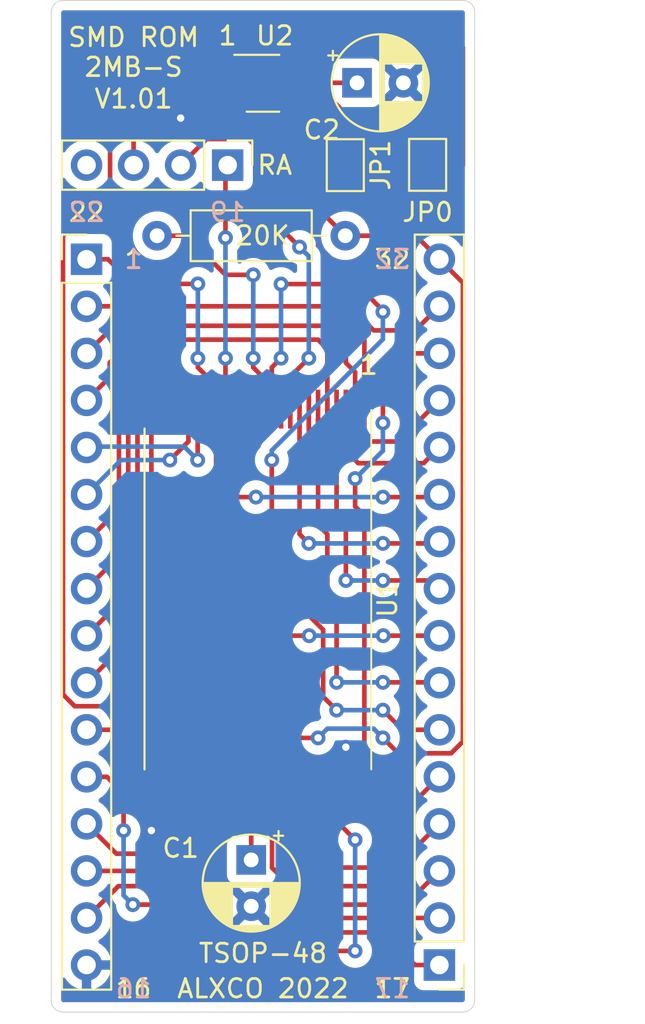
<source format=kicad_pcb>
(kicad_pcb (version 20171130) (host pcbnew "(5.1.7)-1")

  (general
    (thickness 1.6)
    (drawings 27)
    (tracks 344)
    (zones 0)
    (modules 10)
    (nets 52)
  )

  (page A4)
  (layers
    (0 F.Cu signal)
    (31 B.Cu signal)
    (32 B.Adhes user)
    (33 F.Adhes user)
    (34 B.Paste user)
    (35 F.Paste user)
    (36 B.SilkS user)
    (37 F.SilkS user)
    (38 B.Mask user)
    (39 F.Mask user)
    (40 Dwgs.User user)
    (41 Cmts.User user)
    (42 Eco1.User user)
    (43 Eco2.User user)
    (44 Edge.Cuts user)
    (45 Margin user)
    (46 B.CrtYd user)
    (47 F.CrtYd user)
    (48 B.Fab user)
    (49 F.Fab user)
  )

  (setup
    (last_trace_width 0.25)
    (user_trace_width 0.25)
    (user_trace_width 0.5)
    (trace_clearance 0.2)
    (zone_clearance 0.508)
    (zone_45_only no)
    (trace_min 0.2)
    (via_size 0.8)
    (via_drill 0.4)
    (via_min_size 0.4)
    (via_min_drill 0.3)
    (uvia_size 0.3)
    (uvia_drill 0.1)
    (uvias_allowed no)
    (uvia_min_size 0.2)
    (uvia_min_drill 0.1)
    (edge_width 0.05)
    (segment_width 0.2)
    (pcb_text_width 0.3)
    (pcb_text_size 1.5 1.5)
    (mod_edge_width 0.12)
    (mod_text_size 1 1)
    (mod_text_width 0.15)
    (pad_size 2.1 0.25)
    (pad_drill 0)
    (pad_to_mask_clearance 0)
    (aux_axis_origin 0 0)
    (grid_origin 30.48 45.72)
    (visible_elements 7FFFFFFF)
    (pcbplotparams
      (layerselection 0x010f0_ffffffff)
      (usegerberextensions false)
      (usegerberattributes true)
      (usegerberadvancedattributes true)
      (creategerberjobfile true)
      (excludeedgelayer true)
      (linewidth 0.100000)
      (plotframeref false)
      (viasonmask false)
      (mode 1)
      (useauxorigin false)
      (hpglpennumber 1)
      (hpglpenspeed 20)
      (hpglpendiameter 15.000000)
      (psnegative false)
      (psa4output false)
      (plotreference true)
      (plotvalue true)
      (plotinvisibletext false)
      (padsonsilk false)
      (subtractmaskfromsilk false)
      (outputformat 1)
      (mirror false)
      (drillshape 0)
      (scaleselection 1)
      (outputdirectory "Gerbs/"))
  )

  (net 0 "")
  (net 1 +5V)
  (net 2 GND)
  (net 3 /D2)
  (net 4 /D1)
  (net 5 /D0)
  (net 6 /A0)
  (net 7 /A1)
  (net 8 /A2)
  (net 9 /A3)
  (net 10 /A4)
  (net 11 /A5)
  (net 12 /A6)
  (net 13 /A7)
  (net 14 /A12)
  (net 15 /RA15)
  (net 16 /RA16)
  (net 17 /RA18)
  (net 18 /ROMWR_N)
  (net 19 /RA17)
  (net 20 /RA14)
  (net 21 /A13)
  (net 22 /A8)
  (net 23 /A9)
  (net 24 /A11)
  (net 25 /RD_N)
  (net 26 /A10)
  (net 27 /CE_N)
  (net 28 /D7)
  (net 29 /D6)
  (net 30 /D5)
  (net 31 /D4)
  (net 32 /D3)
  (net 33 /RA22)
  (net 34 /RA21)
  (net 35 /RA20)
  (net 36 /RA19)
  (net 37 /RST_N)
  (net 38 "Net-(U1-Pad43)")
  (net 39 "Net-(U1-Pad41)")
  (net 40 "Net-(U1-Pad39)")
  (net 41 "Net-(U1-Pad36)")
  (net 42 "Net-(U1-Pad34)")
  (net 43 "Net-(U1-Pad32)")
  (net 44 "Net-(U1-Pad30)")
  (net 45 "Net-(U1-Pad15)")
  (net 46 "Net-(U1-Pad14)")
  (net 47 "Net-(U1-Pad13)")
  (net 48 "Net-(U1-Pad10)")
  (net 49 "Net-(JP0-Pad1)")
  (net 50 /CE_OUT_N)
  (net 51 "Net-(JP1-Pad1)")

  (net_class Default "This is the default net class."
    (clearance 0.2)
    (trace_width 0.25)
    (via_dia 0.8)
    (via_drill 0.4)
    (uvia_dia 0.3)
    (uvia_drill 0.1)
    (add_net /A0)
    (add_net /A1)
    (add_net /A10)
    (add_net /A11)
    (add_net /A12)
    (add_net /A13)
    (add_net /A2)
    (add_net /A3)
    (add_net /A4)
    (add_net /A5)
    (add_net /A6)
    (add_net /A7)
    (add_net /A8)
    (add_net /A9)
    (add_net /CE_N)
    (add_net /CE_OUT_N)
    (add_net /D0)
    (add_net /D1)
    (add_net /D2)
    (add_net /D3)
    (add_net /D4)
    (add_net /D5)
    (add_net /D6)
    (add_net /D7)
    (add_net /RA14)
    (add_net /RA15)
    (add_net /RA16)
    (add_net /RA17)
    (add_net /RA18)
    (add_net /RA19)
    (add_net /RA20)
    (add_net /RA21)
    (add_net /RA22)
    (add_net /RD_N)
    (add_net /ROMWR_N)
    (add_net /RST_N)
    (add_net "Net-(JP0-Pad1)")
    (add_net "Net-(JP1-Pad1)")
    (add_net "Net-(U1-Pad10)")
    (add_net "Net-(U1-Pad13)")
    (add_net "Net-(U1-Pad14)")
    (add_net "Net-(U1-Pad15)")
    (add_net "Net-(U1-Pad30)")
    (add_net "Net-(U1-Pad32)")
    (add_net "Net-(U1-Pad34)")
    (add_net "Net-(U1-Pad36)")
    (add_net "Net-(U1-Pad39)")
    (add_net "Net-(U1-Pad41)")
    (add_net "Net-(U1-Pad43)")
  )

  (net_class PWR ""
    (clearance 0.2)
    (trace_width 0.25)
    (via_dia 0.8)
    (via_drill 0.4)
    (uvia_dia 0.3)
    (uvia_drill 0.1)
    (add_net +5V)
    (add_net GND)
  )

  (module Capacitor_THT:CP_Radial_D5.0mm_P2.50mm (layer F.Cu) (tedit 5AE50EF0) (tstamp 62C91A2E)
    (at 45.085 46.355)
    (descr "CP, Radial series, Radial, pin pitch=2.50mm, , diameter=5mm, Electrolytic Capacitor")
    (tags "CP Radial series Radial pin pitch 2.50mm  diameter 5mm Electrolytic Capacitor")
    (path /62CCAE73)
    (fp_text reference C2 (at -1.905 2.54) (layer F.SilkS)
      (effects (font (size 1 1) (thickness 0.15)))
    )
    (fp_text value 100n (at 1.25 3.75) (layer F.Fab)
      (effects (font (size 1 1) (thickness 0.15)))
    )
    (fp_line (start -1.304775 -1.725) (end -1.304775 -1.225) (layer F.SilkS) (width 0.12))
    (fp_line (start -1.554775 -1.475) (end -1.054775 -1.475) (layer F.SilkS) (width 0.12))
    (fp_line (start 3.851 -0.284) (end 3.851 0.284) (layer F.SilkS) (width 0.12))
    (fp_line (start 3.811 -0.518) (end 3.811 0.518) (layer F.SilkS) (width 0.12))
    (fp_line (start 3.771 -0.677) (end 3.771 0.677) (layer F.SilkS) (width 0.12))
    (fp_line (start 3.731 -0.805) (end 3.731 0.805) (layer F.SilkS) (width 0.12))
    (fp_line (start 3.691 -0.915) (end 3.691 0.915) (layer F.SilkS) (width 0.12))
    (fp_line (start 3.651 -1.011) (end 3.651 1.011) (layer F.SilkS) (width 0.12))
    (fp_line (start 3.611 -1.098) (end 3.611 1.098) (layer F.SilkS) (width 0.12))
    (fp_line (start 3.571 -1.178) (end 3.571 1.178) (layer F.SilkS) (width 0.12))
    (fp_line (start 3.531 1.04) (end 3.531 1.251) (layer F.SilkS) (width 0.12))
    (fp_line (start 3.531 -1.251) (end 3.531 -1.04) (layer F.SilkS) (width 0.12))
    (fp_line (start 3.491 1.04) (end 3.491 1.319) (layer F.SilkS) (width 0.12))
    (fp_line (start 3.491 -1.319) (end 3.491 -1.04) (layer F.SilkS) (width 0.12))
    (fp_line (start 3.451 1.04) (end 3.451 1.383) (layer F.SilkS) (width 0.12))
    (fp_line (start 3.451 -1.383) (end 3.451 -1.04) (layer F.SilkS) (width 0.12))
    (fp_line (start 3.411 1.04) (end 3.411 1.443) (layer F.SilkS) (width 0.12))
    (fp_line (start 3.411 -1.443) (end 3.411 -1.04) (layer F.SilkS) (width 0.12))
    (fp_line (start 3.371 1.04) (end 3.371 1.5) (layer F.SilkS) (width 0.12))
    (fp_line (start 3.371 -1.5) (end 3.371 -1.04) (layer F.SilkS) (width 0.12))
    (fp_line (start 3.331 1.04) (end 3.331 1.554) (layer F.SilkS) (width 0.12))
    (fp_line (start 3.331 -1.554) (end 3.331 -1.04) (layer F.SilkS) (width 0.12))
    (fp_line (start 3.291 1.04) (end 3.291 1.605) (layer F.SilkS) (width 0.12))
    (fp_line (start 3.291 -1.605) (end 3.291 -1.04) (layer F.SilkS) (width 0.12))
    (fp_line (start 3.251 1.04) (end 3.251 1.653) (layer F.SilkS) (width 0.12))
    (fp_line (start 3.251 -1.653) (end 3.251 -1.04) (layer F.SilkS) (width 0.12))
    (fp_line (start 3.211 1.04) (end 3.211 1.699) (layer F.SilkS) (width 0.12))
    (fp_line (start 3.211 -1.699) (end 3.211 -1.04) (layer F.SilkS) (width 0.12))
    (fp_line (start 3.171 1.04) (end 3.171 1.743) (layer F.SilkS) (width 0.12))
    (fp_line (start 3.171 -1.743) (end 3.171 -1.04) (layer F.SilkS) (width 0.12))
    (fp_line (start 3.131 1.04) (end 3.131 1.785) (layer F.SilkS) (width 0.12))
    (fp_line (start 3.131 -1.785) (end 3.131 -1.04) (layer F.SilkS) (width 0.12))
    (fp_line (start 3.091 1.04) (end 3.091 1.826) (layer F.SilkS) (width 0.12))
    (fp_line (start 3.091 -1.826) (end 3.091 -1.04) (layer F.SilkS) (width 0.12))
    (fp_line (start 3.051 1.04) (end 3.051 1.864) (layer F.SilkS) (width 0.12))
    (fp_line (start 3.051 -1.864) (end 3.051 -1.04) (layer F.SilkS) (width 0.12))
    (fp_line (start 3.011 1.04) (end 3.011 1.901) (layer F.SilkS) (width 0.12))
    (fp_line (start 3.011 -1.901) (end 3.011 -1.04) (layer F.SilkS) (width 0.12))
    (fp_line (start 2.971 1.04) (end 2.971 1.937) (layer F.SilkS) (width 0.12))
    (fp_line (start 2.971 -1.937) (end 2.971 -1.04) (layer F.SilkS) (width 0.12))
    (fp_line (start 2.931 1.04) (end 2.931 1.971) (layer F.SilkS) (width 0.12))
    (fp_line (start 2.931 -1.971) (end 2.931 -1.04) (layer F.SilkS) (width 0.12))
    (fp_line (start 2.891 1.04) (end 2.891 2.004) (layer F.SilkS) (width 0.12))
    (fp_line (start 2.891 -2.004) (end 2.891 -1.04) (layer F.SilkS) (width 0.12))
    (fp_line (start 2.851 1.04) (end 2.851 2.035) (layer F.SilkS) (width 0.12))
    (fp_line (start 2.851 -2.035) (end 2.851 -1.04) (layer F.SilkS) (width 0.12))
    (fp_line (start 2.811 1.04) (end 2.811 2.065) (layer F.SilkS) (width 0.12))
    (fp_line (start 2.811 -2.065) (end 2.811 -1.04) (layer F.SilkS) (width 0.12))
    (fp_line (start 2.771 1.04) (end 2.771 2.095) (layer F.SilkS) (width 0.12))
    (fp_line (start 2.771 -2.095) (end 2.771 -1.04) (layer F.SilkS) (width 0.12))
    (fp_line (start 2.731 1.04) (end 2.731 2.122) (layer F.SilkS) (width 0.12))
    (fp_line (start 2.731 -2.122) (end 2.731 -1.04) (layer F.SilkS) (width 0.12))
    (fp_line (start 2.691 1.04) (end 2.691 2.149) (layer F.SilkS) (width 0.12))
    (fp_line (start 2.691 -2.149) (end 2.691 -1.04) (layer F.SilkS) (width 0.12))
    (fp_line (start 2.651 1.04) (end 2.651 2.175) (layer F.SilkS) (width 0.12))
    (fp_line (start 2.651 -2.175) (end 2.651 -1.04) (layer F.SilkS) (width 0.12))
    (fp_line (start 2.611 1.04) (end 2.611 2.2) (layer F.SilkS) (width 0.12))
    (fp_line (start 2.611 -2.2) (end 2.611 -1.04) (layer F.SilkS) (width 0.12))
    (fp_line (start 2.571 1.04) (end 2.571 2.224) (layer F.SilkS) (width 0.12))
    (fp_line (start 2.571 -2.224) (end 2.571 -1.04) (layer F.SilkS) (width 0.12))
    (fp_line (start 2.531 1.04) (end 2.531 2.247) (layer F.SilkS) (width 0.12))
    (fp_line (start 2.531 -2.247) (end 2.531 -1.04) (layer F.SilkS) (width 0.12))
    (fp_line (start 2.491 1.04) (end 2.491 2.268) (layer F.SilkS) (width 0.12))
    (fp_line (start 2.491 -2.268) (end 2.491 -1.04) (layer F.SilkS) (width 0.12))
    (fp_line (start 2.451 1.04) (end 2.451 2.29) (layer F.SilkS) (width 0.12))
    (fp_line (start 2.451 -2.29) (end 2.451 -1.04) (layer F.SilkS) (width 0.12))
    (fp_line (start 2.411 1.04) (end 2.411 2.31) (layer F.SilkS) (width 0.12))
    (fp_line (start 2.411 -2.31) (end 2.411 -1.04) (layer F.SilkS) (width 0.12))
    (fp_line (start 2.371 1.04) (end 2.371 2.329) (layer F.SilkS) (width 0.12))
    (fp_line (start 2.371 -2.329) (end 2.371 -1.04) (layer F.SilkS) (width 0.12))
    (fp_line (start 2.331 1.04) (end 2.331 2.348) (layer F.SilkS) (width 0.12))
    (fp_line (start 2.331 -2.348) (end 2.331 -1.04) (layer F.SilkS) (width 0.12))
    (fp_line (start 2.291 1.04) (end 2.291 2.365) (layer F.SilkS) (width 0.12))
    (fp_line (start 2.291 -2.365) (end 2.291 -1.04) (layer F.SilkS) (width 0.12))
    (fp_line (start 2.251 1.04) (end 2.251 2.382) (layer F.SilkS) (width 0.12))
    (fp_line (start 2.251 -2.382) (end 2.251 -1.04) (layer F.SilkS) (width 0.12))
    (fp_line (start 2.211 1.04) (end 2.211 2.398) (layer F.SilkS) (width 0.12))
    (fp_line (start 2.211 -2.398) (end 2.211 -1.04) (layer F.SilkS) (width 0.12))
    (fp_line (start 2.171 1.04) (end 2.171 2.414) (layer F.SilkS) (width 0.12))
    (fp_line (start 2.171 -2.414) (end 2.171 -1.04) (layer F.SilkS) (width 0.12))
    (fp_line (start 2.131 1.04) (end 2.131 2.428) (layer F.SilkS) (width 0.12))
    (fp_line (start 2.131 -2.428) (end 2.131 -1.04) (layer F.SilkS) (width 0.12))
    (fp_line (start 2.091 1.04) (end 2.091 2.442) (layer F.SilkS) (width 0.12))
    (fp_line (start 2.091 -2.442) (end 2.091 -1.04) (layer F.SilkS) (width 0.12))
    (fp_line (start 2.051 1.04) (end 2.051 2.455) (layer F.SilkS) (width 0.12))
    (fp_line (start 2.051 -2.455) (end 2.051 -1.04) (layer F.SilkS) (width 0.12))
    (fp_line (start 2.011 1.04) (end 2.011 2.468) (layer F.SilkS) (width 0.12))
    (fp_line (start 2.011 -2.468) (end 2.011 -1.04) (layer F.SilkS) (width 0.12))
    (fp_line (start 1.971 1.04) (end 1.971 2.48) (layer F.SilkS) (width 0.12))
    (fp_line (start 1.971 -2.48) (end 1.971 -1.04) (layer F.SilkS) (width 0.12))
    (fp_line (start 1.93 1.04) (end 1.93 2.491) (layer F.SilkS) (width 0.12))
    (fp_line (start 1.93 -2.491) (end 1.93 -1.04) (layer F.SilkS) (width 0.12))
    (fp_line (start 1.89 1.04) (end 1.89 2.501) (layer F.SilkS) (width 0.12))
    (fp_line (start 1.89 -2.501) (end 1.89 -1.04) (layer F.SilkS) (width 0.12))
    (fp_line (start 1.85 1.04) (end 1.85 2.511) (layer F.SilkS) (width 0.12))
    (fp_line (start 1.85 -2.511) (end 1.85 -1.04) (layer F.SilkS) (width 0.12))
    (fp_line (start 1.81 1.04) (end 1.81 2.52) (layer F.SilkS) (width 0.12))
    (fp_line (start 1.81 -2.52) (end 1.81 -1.04) (layer F.SilkS) (width 0.12))
    (fp_line (start 1.77 1.04) (end 1.77 2.528) (layer F.SilkS) (width 0.12))
    (fp_line (start 1.77 -2.528) (end 1.77 -1.04) (layer F.SilkS) (width 0.12))
    (fp_line (start 1.73 1.04) (end 1.73 2.536) (layer F.SilkS) (width 0.12))
    (fp_line (start 1.73 -2.536) (end 1.73 -1.04) (layer F.SilkS) (width 0.12))
    (fp_line (start 1.69 1.04) (end 1.69 2.543) (layer F.SilkS) (width 0.12))
    (fp_line (start 1.69 -2.543) (end 1.69 -1.04) (layer F.SilkS) (width 0.12))
    (fp_line (start 1.65 1.04) (end 1.65 2.55) (layer F.SilkS) (width 0.12))
    (fp_line (start 1.65 -2.55) (end 1.65 -1.04) (layer F.SilkS) (width 0.12))
    (fp_line (start 1.61 1.04) (end 1.61 2.556) (layer F.SilkS) (width 0.12))
    (fp_line (start 1.61 -2.556) (end 1.61 -1.04) (layer F.SilkS) (width 0.12))
    (fp_line (start 1.57 1.04) (end 1.57 2.561) (layer F.SilkS) (width 0.12))
    (fp_line (start 1.57 -2.561) (end 1.57 -1.04) (layer F.SilkS) (width 0.12))
    (fp_line (start 1.53 1.04) (end 1.53 2.565) (layer F.SilkS) (width 0.12))
    (fp_line (start 1.53 -2.565) (end 1.53 -1.04) (layer F.SilkS) (width 0.12))
    (fp_line (start 1.49 1.04) (end 1.49 2.569) (layer F.SilkS) (width 0.12))
    (fp_line (start 1.49 -2.569) (end 1.49 -1.04) (layer F.SilkS) (width 0.12))
    (fp_line (start 1.45 -2.573) (end 1.45 2.573) (layer F.SilkS) (width 0.12))
    (fp_line (start 1.41 -2.576) (end 1.41 2.576) (layer F.SilkS) (width 0.12))
    (fp_line (start 1.37 -2.578) (end 1.37 2.578) (layer F.SilkS) (width 0.12))
    (fp_line (start 1.33 -2.579) (end 1.33 2.579) (layer F.SilkS) (width 0.12))
    (fp_line (start 1.29 -2.58) (end 1.29 2.58) (layer F.SilkS) (width 0.12))
    (fp_line (start 1.25 -2.58) (end 1.25 2.58) (layer F.SilkS) (width 0.12))
    (fp_line (start -0.633605 -1.3375) (end -0.633605 -0.8375) (layer F.Fab) (width 0.1))
    (fp_line (start -0.883605 -1.0875) (end -0.383605 -1.0875) (layer F.Fab) (width 0.1))
    (fp_circle (center 1.25 0) (end 4 0) (layer F.CrtYd) (width 0.05))
    (fp_circle (center 1.25 0) (end 3.87 0) (layer F.SilkS) (width 0.12))
    (fp_circle (center 1.25 0) (end 3.75 0) (layer F.Fab) (width 0.1))
    (fp_text user %R (at 1.25 0) (layer F.Fab)
      (effects (font (size 1 1) (thickness 0.15)))
    )
    (pad 2 thru_hole circle (at 2.5 0) (size 1.6 1.6) (drill 0.8) (layers *.Cu *.Mask)
      (net 2 GND))
    (pad 1 thru_hole rect (at 0 0) (size 1.6 1.6) (drill 0.8) (layers *.Cu *.Mask)
      (net 1 +5V))
    (model ${KISYS3DMOD}/Capacitor_THT.3dshapes/CP_Radial_D5.0mm_P2.50mm.wrl
      (at (xyz 0 0 0))
      (scale (xyz 1 1 1))
      (rotate (xyz 0 0 0))
    )
  )

  (module Package_TO_SOT_SMD:TSOT-23-6_HandSoldering (layer F.Cu) (tedit 5A02FF57) (tstamp 62C90DF2)
    (at 40.005 46.355)
    (descr "6-pin TSOT23 package, http://cds.linear.com/docs/en/packaging/SOT_6_05-08-1636.pdf")
    (tags "TSOT-23-6 MK06A TSOT-6 Hand-soldering")
    (path /62C9FCA6)
    (attr smd)
    (fp_text reference U2 (at 0.635 -2.54) (layer F.SilkS)
      (effects (font (size 1 1) (thickness 0.15)))
    )
    (fp_text value 74LVC1G19 (at 0 2.5) (layer F.Fab)
      (effects (font (size 1 1) (thickness 0.15)))
    )
    (fp_line (start 2.96 1.7) (end -2.96 1.7) (layer F.CrtYd) (width 0.05))
    (fp_line (start 2.96 1.7) (end 2.96 -1.7) (layer F.CrtYd) (width 0.05))
    (fp_line (start -2.96 -1.7) (end -2.96 1.7) (layer F.CrtYd) (width 0.05))
    (fp_line (start -2.96 -1.7) (end 2.96 -1.7) (layer F.CrtYd) (width 0.05))
    (fp_line (start 0.88 -1.45) (end 0.88 1.45) (layer F.Fab) (width 0.1))
    (fp_line (start 0.88 1.45) (end -0.88 1.45) (layer F.Fab) (width 0.1))
    (fp_line (start -0.88 -1) (end -0.88 1.45) (layer F.Fab) (width 0.1))
    (fp_line (start 0.88 -1.45) (end -0.43 -1.45) (layer F.Fab) (width 0.1))
    (fp_line (start -0.88 -1) (end -0.43 -1.45) (layer F.Fab) (width 0.1))
    (fp_line (start 0.88 -1.51) (end -1.55 -1.51) (layer F.SilkS) (width 0.12))
    (fp_line (start -0.88 1.56) (end 0.88 1.56) (layer F.SilkS) (width 0.12))
    (fp_text user %R (at 0 0 90) (layer F.Fab)
      (effects (font (size 0.5 0.5) (thickness 0.075)))
    )
    (pad 6 smd rect (at 1.71 -0.95) (size 2 0.65) (layers F.Cu F.Paste F.Mask)
      (net 49 "Net-(JP0-Pad1)"))
    (pad 5 smd rect (at 1.71 0) (size 2 0.65) (layers F.Cu F.Paste F.Mask)
      (net 1 +5V))
    (pad 4 smd rect (at 1.71 0.95) (size 2 0.65) (layers F.Cu F.Paste F.Mask)
      (net 51 "Net-(JP1-Pad1)"))
    (pad 3 smd rect (at -1.71 0.95) (size 2 0.65) (layers F.Cu F.Paste F.Mask)
      (net 27 /CE_N))
    (pad 2 smd rect (at -1.71 0) (size 2 0.65) (layers F.Cu F.Paste F.Mask)
      (net 2 GND))
    (pad 1 smd rect (at -1.71 -0.95) (size 2 0.65) (layers F.Cu F.Paste F.Mask)
      (net 34 /RA21))
    (model ${KISYS3DMOD}/Package_TO_SOT_SMD.3dshapes/TSOT-23-6.wrl
      (at (xyz 0 0 0))
      (scale (xyz 1 1 1))
      (rotate (xyz 0 0 0))
    )
  )

  (module Jumper:SolderJumper-2_P1.3mm_Open_Pad1.0x1.5mm (layer F.Cu) (tedit 5A3EABFC) (tstamp 62C90D32)
    (at 44.45 50.8 270)
    (descr "SMD Solder Jumper, 1x1.5mm Pads, 0.3mm gap, open")
    (tags "solder jumper open")
    (path /62C94543)
    (attr virtual)
    (fp_text reference JP1 (at 0 -1.905 270) (layer F.SilkS)
      (effects (font (size 1 1) (thickness 0.15)))
    )
    (fp_text value Jumper_2_Open (at 0 1.9 90) (layer F.Fab)
      (effects (font (size 1 1) (thickness 0.15)))
    )
    (fp_line (start 1.65 1.25) (end -1.65 1.25) (layer F.CrtYd) (width 0.05))
    (fp_line (start 1.65 1.25) (end 1.65 -1.25) (layer F.CrtYd) (width 0.05))
    (fp_line (start -1.65 -1.25) (end -1.65 1.25) (layer F.CrtYd) (width 0.05))
    (fp_line (start -1.65 -1.25) (end 1.65 -1.25) (layer F.CrtYd) (width 0.05))
    (fp_line (start -1.4 -1) (end 1.4 -1) (layer F.SilkS) (width 0.12))
    (fp_line (start 1.4 -1) (end 1.4 1) (layer F.SilkS) (width 0.12))
    (fp_line (start 1.4 1) (end -1.4 1) (layer F.SilkS) (width 0.12))
    (fp_line (start -1.4 1) (end -1.4 -1) (layer F.SilkS) (width 0.12))
    (pad 1 smd rect (at -0.65 0 270) (size 1 1.5) (layers F.Cu F.Mask)
      (net 51 "Net-(JP1-Pad1)"))
    (pad 2 smd rect (at 0.65 0 270) (size 1 1.5) (layers F.Cu F.Mask)
      (net 50 /CE_OUT_N))
  )

  (module Jumper:SolderJumper-2_P1.3mm_Open_Pad1.0x1.5mm (layer F.Cu) (tedit 5A3EABFC) (tstamp 62C90D24)
    (at 48.895 50.785 270)
    (descr "SMD Solder Jumper, 1x1.5mm Pads, 0.3mm gap, open")
    (tags "solder jumper open")
    (path /62C93186)
    (attr virtual)
    (fp_text reference JP0 (at 2.555 0 180) (layer F.SilkS)
      (effects (font (size 1 1) (thickness 0.15)))
    )
    (fp_text value Jumper_2_Open (at 0 1.9 90) (layer F.Fab)
      (effects (font (size 1 1) (thickness 0.15)))
    )
    (fp_line (start 1.65 1.25) (end -1.65 1.25) (layer F.CrtYd) (width 0.05))
    (fp_line (start 1.65 1.25) (end 1.65 -1.25) (layer F.CrtYd) (width 0.05))
    (fp_line (start -1.65 -1.25) (end -1.65 1.25) (layer F.CrtYd) (width 0.05))
    (fp_line (start -1.65 -1.25) (end 1.65 -1.25) (layer F.CrtYd) (width 0.05))
    (fp_line (start -1.4 -1) (end 1.4 -1) (layer F.SilkS) (width 0.12))
    (fp_line (start 1.4 -1) (end 1.4 1) (layer F.SilkS) (width 0.12))
    (fp_line (start 1.4 1) (end -1.4 1) (layer F.SilkS) (width 0.12))
    (fp_line (start -1.4 1) (end -1.4 -1) (layer F.SilkS) (width 0.12))
    (pad 1 smd rect (at -0.65 0 270) (size 1 1.5) (layers F.Cu F.Mask)
      (net 49 "Net-(JP0-Pad1)"))
    (pad 2 smd rect (at 0.65 0 270) (size 1 1.5) (layers F.Cu F.Mask)
      (net 50 /CE_OUT_N))
  )

  (module Capacitor_THT:CP_Radial_D5.0mm_P2.50mm (layer F.Cu) (tedit 5AE50EF0) (tstamp 61E4CB9C)
    (at 39.37 88.305 270)
    (descr "CP, Radial series, Radial, pin pitch=2.50mm, , diameter=5mm, Electrolytic Capacitor")
    (tags "CP Radial series Radial pin pitch 2.50mm  diameter 5mm Electrolytic Capacitor")
    (path /61F98512)
    (fp_text reference C1 (at -0.635 3.81 180) (layer F.SilkS)
      (effects (font (size 1 1) (thickness 0.15)))
    )
    (fp_text value 100n (at 1.25 3.75 90) (layer F.Fab)
      (effects (font (size 1 1) (thickness 0.15)))
    )
    (fp_line (start -1.304775 -1.725) (end -1.304775 -1.225) (layer F.SilkS) (width 0.12))
    (fp_line (start -1.554775 -1.475) (end -1.054775 -1.475) (layer F.SilkS) (width 0.12))
    (fp_line (start 3.851 -0.284) (end 3.851 0.284) (layer F.SilkS) (width 0.12))
    (fp_line (start 3.811 -0.518) (end 3.811 0.518) (layer F.SilkS) (width 0.12))
    (fp_line (start 3.771 -0.677) (end 3.771 0.677) (layer F.SilkS) (width 0.12))
    (fp_line (start 3.731 -0.805) (end 3.731 0.805) (layer F.SilkS) (width 0.12))
    (fp_line (start 3.691 -0.915) (end 3.691 0.915) (layer F.SilkS) (width 0.12))
    (fp_line (start 3.651 -1.011) (end 3.651 1.011) (layer F.SilkS) (width 0.12))
    (fp_line (start 3.611 -1.098) (end 3.611 1.098) (layer F.SilkS) (width 0.12))
    (fp_line (start 3.571 -1.178) (end 3.571 1.178) (layer F.SilkS) (width 0.12))
    (fp_line (start 3.531 1.04) (end 3.531 1.251) (layer F.SilkS) (width 0.12))
    (fp_line (start 3.531 -1.251) (end 3.531 -1.04) (layer F.SilkS) (width 0.12))
    (fp_line (start 3.491 1.04) (end 3.491 1.319) (layer F.SilkS) (width 0.12))
    (fp_line (start 3.491 -1.319) (end 3.491 -1.04) (layer F.SilkS) (width 0.12))
    (fp_line (start 3.451 1.04) (end 3.451 1.383) (layer F.SilkS) (width 0.12))
    (fp_line (start 3.451 -1.383) (end 3.451 -1.04) (layer F.SilkS) (width 0.12))
    (fp_line (start 3.411 1.04) (end 3.411 1.443) (layer F.SilkS) (width 0.12))
    (fp_line (start 3.411 -1.443) (end 3.411 -1.04) (layer F.SilkS) (width 0.12))
    (fp_line (start 3.371 1.04) (end 3.371 1.5) (layer F.SilkS) (width 0.12))
    (fp_line (start 3.371 -1.5) (end 3.371 -1.04) (layer F.SilkS) (width 0.12))
    (fp_line (start 3.331 1.04) (end 3.331 1.554) (layer F.SilkS) (width 0.12))
    (fp_line (start 3.331 -1.554) (end 3.331 -1.04) (layer F.SilkS) (width 0.12))
    (fp_line (start 3.291 1.04) (end 3.291 1.605) (layer F.SilkS) (width 0.12))
    (fp_line (start 3.291 -1.605) (end 3.291 -1.04) (layer F.SilkS) (width 0.12))
    (fp_line (start 3.251 1.04) (end 3.251 1.653) (layer F.SilkS) (width 0.12))
    (fp_line (start 3.251 -1.653) (end 3.251 -1.04) (layer F.SilkS) (width 0.12))
    (fp_line (start 3.211 1.04) (end 3.211 1.699) (layer F.SilkS) (width 0.12))
    (fp_line (start 3.211 -1.699) (end 3.211 -1.04) (layer F.SilkS) (width 0.12))
    (fp_line (start 3.171 1.04) (end 3.171 1.743) (layer F.SilkS) (width 0.12))
    (fp_line (start 3.171 -1.743) (end 3.171 -1.04) (layer F.SilkS) (width 0.12))
    (fp_line (start 3.131 1.04) (end 3.131 1.785) (layer F.SilkS) (width 0.12))
    (fp_line (start 3.131 -1.785) (end 3.131 -1.04) (layer F.SilkS) (width 0.12))
    (fp_line (start 3.091 1.04) (end 3.091 1.826) (layer F.SilkS) (width 0.12))
    (fp_line (start 3.091 -1.826) (end 3.091 -1.04) (layer F.SilkS) (width 0.12))
    (fp_line (start 3.051 1.04) (end 3.051 1.864) (layer F.SilkS) (width 0.12))
    (fp_line (start 3.051 -1.864) (end 3.051 -1.04) (layer F.SilkS) (width 0.12))
    (fp_line (start 3.011 1.04) (end 3.011 1.901) (layer F.SilkS) (width 0.12))
    (fp_line (start 3.011 -1.901) (end 3.011 -1.04) (layer F.SilkS) (width 0.12))
    (fp_line (start 2.971 1.04) (end 2.971 1.937) (layer F.SilkS) (width 0.12))
    (fp_line (start 2.971 -1.937) (end 2.971 -1.04) (layer F.SilkS) (width 0.12))
    (fp_line (start 2.931 1.04) (end 2.931 1.971) (layer F.SilkS) (width 0.12))
    (fp_line (start 2.931 -1.971) (end 2.931 -1.04) (layer F.SilkS) (width 0.12))
    (fp_line (start 2.891 1.04) (end 2.891 2.004) (layer F.SilkS) (width 0.12))
    (fp_line (start 2.891 -2.004) (end 2.891 -1.04) (layer F.SilkS) (width 0.12))
    (fp_line (start 2.851 1.04) (end 2.851 2.035) (layer F.SilkS) (width 0.12))
    (fp_line (start 2.851 -2.035) (end 2.851 -1.04) (layer F.SilkS) (width 0.12))
    (fp_line (start 2.811 1.04) (end 2.811 2.065) (layer F.SilkS) (width 0.12))
    (fp_line (start 2.811 -2.065) (end 2.811 -1.04) (layer F.SilkS) (width 0.12))
    (fp_line (start 2.771 1.04) (end 2.771 2.095) (layer F.SilkS) (width 0.12))
    (fp_line (start 2.771 -2.095) (end 2.771 -1.04) (layer F.SilkS) (width 0.12))
    (fp_line (start 2.731 1.04) (end 2.731 2.122) (layer F.SilkS) (width 0.12))
    (fp_line (start 2.731 -2.122) (end 2.731 -1.04) (layer F.SilkS) (width 0.12))
    (fp_line (start 2.691 1.04) (end 2.691 2.149) (layer F.SilkS) (width 0.12))
    (fp_line (start 2.691 -2.149) (end 2.691 -1.04) (layer F.SilkS) (width 0.12))
    (fp_line (start 2.651 1.04) (end 2.651 2.175) (layer F.SilkS) (width 0.12))
    (fp_line (start 2.651 -2.175) (end 2.651 -1.04) (layer F.SilkS) (width 0.12))
    (fp_line (start 2.611 1.04) (end 2.611 2.2) (layer F.SilkS) (width 0.12))
    (fp_line (start 2.611 -2.2) (end 2.611 -1.04) (layer F.SilkS) (width 0.12))
    (fp_line (start 2.571 1.04) (end 2.571 2.224) (layer F.SilkS) (width 0.12))
    (fp_line (start 2.571 -2.224) (end 2.571 -1.04) (layer F.SilkS) (width 0.12))
    (fp_line (start 2.531 1.04) (end 2.531 2.247) (layer F.SilkS) (width 0.12))
    (fp_line (start 2.531 -2.247) (end 2.531 -1.04) (layer F.SilkS) (width 0.12))
    (fp_line (start 2.491 1.04) (end 2.491 2.268) (layer F.SilkS) (width 0.12))
    (fp_line (start 2.491 -2.268) (end 2.491 -1.04) (layer F.SilkS) (width 0.12))
    (fp_line (start 2.451 1.04) (end 2.451 2.29) (layer F.SilkS) (width 0.12))
    (fp_line (start 2.451 -2.29) (end 2.451 -1.04) (layer F.SilkS) (width 0.12))
    (fp_line (start 2.411 1.04) (end 2.411 2.31) (layer F.SilkS) (width 0.12))
    (fp_line (start 2.411 -2.31) (end 2.411 -1.04) (layer F.SilkS) (width 0.12))
    (fp_line (start 2.371 1.04) (end 2.371 2.329) (layer F.SilkS) (width 0.12))
    (fp_line (start 2.371 -2.329) (end 2.371 -1.04) (layer F.SilkS) (width 0.12))
    (fp_line (start 2.331 1.04) (end 2.331 2.348) (layer F.SilkS) (width 0.12))
    (fp_line (start 2.331 -2.348) (end 2.331 -1.04) (layer F.SilkS) (width 0.12))
    (fp_line (start 2.291 1.04) (end 2.291 2.365) (layer F.SilkS) (width 0.12))
    (fp_line (start 2.291 -2.365) (end 2.291 -1.04) (layer F.SilkS) (width 0.12))
    (fp_line (start 2.251 1.04) (end 2.251 2.382) (layer F.SilkS) (width 0.12))
    (fp_line (start 2.251 -2.382) (end 2.251 -1.04) (layer F.SilkS) (width 0.12))
    (fp_line (start 2.211 1.04) (end 2.211 2.398) (layer F.SilkS) (width 0.12))
    (fp_line (start 2.211 -2.398) (end 2.211 -1.04) (layer F.SilkS) (width 0.12))
    (fp_line (start 2.171 1.04) (end 2.171 2.414) (layer F.SilkS) (width 0.12))
    (fp_line (start 2.171 -2.414) (end 2.171 -1.04) (layer F.SilkS) (width 0.12))
    (fp_line (start 2.131 1.04) (end 2.131 2.428) (layer F.SilkS) (width 0.12))
    (fp_line (start 2.131 -2.428) (end 2.131 -1.04) (layer F.SilkS) (width 0.12))
    (fp_line (start 2.091 1.04) (end 2.091 2.442) (layer F.SilkS) (width 0.12))
    (fp_line (start 2.091 -2.442) (end 2.091 -1.04) (layer F.SilkS) (width 0.12))
    (fp_line (start 2.051 1.04) (end 2.051 2.455) (layer F.SilkS) (width 0.12))
    (fp_line (start 2.051 -2.455) (end 2.051 -1.04) (layer F.SilkS) (width 0.12))
    (fp_line (start 2.011 1.04) (end 2.011 2.468) (layer F.SilkS) (width 0.12))
    (fp_line (start 2.011 -2.468) (end 2.011 -1.04) (layer F.SilkS) (width 0.12))
    (fp_line (start 1.971 1.04) (end 1.971 2.48) (layer F.SilkS) (width 0.12))
    (fp_line (start 1.971 -2.48) (end 1.971 -1.04) (layer F.SilkS) (width 0.12))
    (fp_line (start 1.93 1.04) (end 1.93 2.491) (layer F.SilkS) (width 0.12))
    (fp_line (start 1.93 -2.491) (end 1.93 -1.04) (layer F.SilkS) (width 0.12))
    (fp_line (start 1.89 1.04) (end 1.89 2.501) (layer F.SilkS) (width 0.12))
    (fp_line (start 1.89 -2.501) (end 1.89 -1.04) (layer F.SilkS) (width 0.12))
    (fp_line (start 1.85 1.04) (end 1.85 2.511) (layer F.SilkS) (width 0.12))
    (fp_line (start 1.85 -2.511) (end 1.85 -1.04) (layer F.SilkS) (width 0.12))
    (fp_line (start 1.81 1.04) (end 1.81 2.52) (layer F.SilkS) (width 0.12))
    (fp_line (start 1.81 -2.52) (end 1.81 -1.04) (layer F.SilkS) (width 0.12))
    (fp_line (start 1.77 1.04) (end 1.77 2.528) (layer F.SilkS) (width 0.12))
    (fp_line (start 1.77 -2.528) (end 1.77 -1.04) (layer F.SilkS) (width 0.12))
    (fp_line (start 1.73 1.04) (end 1.73 2.536) (layer F.SilkS) (width 0.12))
    (fp_line (start 1.73 -2.536) (end 1.73 -1.04) (layer F.SilkS) (width 0.12))
    (fp_line (start 1.69 1.04) (end 1.69 2.543) (layer F.SilkS) (width 0.12))
    (fp_line (start 1.69 -2.543) (end 1.69 -1.04) (layer F.SilkS) (width 0.12))
    (fp_line (start 1.65 1.04) (end 1.65 2.55) (layer F.SilkS) (width 0.12))
    (fp_line (start 1.65 -2.55) (end 1.65 -1.04) (layer F.SilkS) (width 0.12))
    (fp_line (start 1.61 1.04) (end 1.61 2.556) (layer F.SilkS) (width 0.12))
    (fp_line (start 1.61 -2.556) (end 1.61 -1.04) (layer F.SilkS) (width 0.12))
    (fp_line (start 1.57 1.04) (end 1.57 2.561) (layer F.SilkS) (width 0.12))
    (fp_line (start 1.57 -2.561) (end 1.57 -1.04) (layer F.SilkS) (width 0.12))
    (fp_line (start 1.53 1.04) (end 1.53 2.565) (layer F.SilkS) (width 0.12))
    (fp_line (start 1.53 -2.565) (end 1.53 -1.04) (layer F.SilkS) (width 0.12))
    (fp_line (start 1.49 1.04) (end 1.49 2.569) (layer F.SilkS) (width 0.12))
    (fp_line (start 1.49 -2.569) (end 1.49 -1.04) (layer F.SilkS) (width 0.12))
    (fp_line (start 1.45 -2.573) (end 1.45 2.573) (layer F.SilkS) (width 0.12))
    (fp_line (start 1.41 -2.576) (end 1.41 2.576) (layer F.SilkS) (width 0.12))
    (fp_line (start 1.37 -2.578) (end 1.37 2.578) (layer F.SilkS) (width 0.12))
    (fp_line (start 1.33 -2.579) (end 1.33 2.579) (layer F.SilkS) (width 0.12))
    (fp_line (start 1.29 -2.58) (end 1.29 2.58) (layer F.SilkS) (width 0.12))
    (fp_line (start 1.25 -2.58) (end 1.25 2.58) (layer F.SilkS) (width 0.12))
    (fp_line (start -0.633605 -1.3375) (end -0.633605 -0.8375) (layer F.Fab) (width 0.1))
    (fp_line (start -0.883605 -1.0875) (end -0.383605 -1.0875) (layer F.Fab) (width 0.1))
    (fp_circle (center 1.25 0) (end 4 0) (layer F.CrtYd) (width 0.05))
    (fp_circle (center 1.25 0) (end 3.87 0) (layer F.SilkS) (width 0.12))
    (fp_circle (center 1.25 0) (end 3.75 0) (layer F.Fab) (width 0.1))
    (fp_text user %R (at 1.25 0 90) (layer F.Fab)
      (effects (font (size 1 1) (thickness 0.15)))
    )
    (pad 2 thru_hole circle (at 2.5 0 270) (size 1.6 1.6) (drill 0.8) (layers *.Cu *.Mask)
      (net 2 GND))
    (pad 1 thru_hole rect (at 0 0 270) (size 1.6 1.6) (drill 0.8) (layers *.Cu *.Mask)
      (net 1 +5V))
    (model ${KISYS3DMOD}/Capacitor_THT.3dshapes/CP_Radial_D5.0mm_P2.50mm.wrl
      (at (xyz 0 0 0))
      (scale (xyz 1 1 1))
      (rotate (xyz 0 0 0))
    )
  )

  (module Package_SO:TSOP-I-48_18.4x12mm_P0.5mm (layer F.Cu) (tedit 61E4C512) (tstamp 61E4CCAD)
    (at 39.73 74.22 270)
    (descr "TSOP I, 32 pins, 18.4x8mm body (https://www.micron.com/~/media/documents/products/technical-note/nor-flash/tn1225_land_pad_design.pdf)")
    (tags "TSOP I 32")
    (path /61E10508)
    (attr smd)
    (fp_text reference U1 (at 0 -7 90) (layer F.SilkS)
      (effects (font (size 1 1) (thickness 0.15)))
    )
    (fp_text value M29F160 (at 0 7 90) (layer F.Fab)
      (effects (font (size 1 1) (thickness 0.15)))
    )
    (fp_line (start -8.2 -6) (end 9.2 -6) (layer F.Fab) (width 0.1))
    (fp_line (start -9.2 6) (end -9.2 -5) (layer F.Fab) (width 0.1))
    (fp_line (start 9.2 6) (end -9.2 6) (layer F.Fab) (width 0.1))
    (fp_line (start 9.2 -6) (end 9.2 6) (layer F.Fab) (width 0.1))
    (fp_line (start -8.2 -6) (end -9.2 -5) (layer F.Fab) (width 0.1))
    (fp_line (start 9.2 -6.12) (end -10.2 -6.12) (layer F.SilkS) (width 0.1))
    (fp_line (start -9.2 6.12) (end 9.2 6.12) (layer F.SilkS) (width 0.12))
    (fp_line (start -10.55 -6.25) (end 10.55 -6.25) (layer F.CrtYd) (width 0.05))
    (fp_line (start 10.55 -6.25) (end 10.55 6.25) (layer F.CrtYd) (width 0.05))
    (fp_line (start 10.55 6.25) (end -10.55 6.25) (layer F.CrtYd) (width 0.05))
    (fp_line (start -10.55 6.25) (end -10.55 -6.25) (layer F.CrtYd) (width 0.05))
    (fp_text user %R (at 0 0 90) (layer F.Fab)
      (effects (font (size 1 1) (thickness 0.15)))
    )
    (pad 48 smd rect (at 9.75 -5.75 270) (size 2.1 0.25) (drill (offset 0.5 0)) (layers F.Cu F.Paste F.Mask)
      (net 19 /RA17))
    (pad 47 smd rect (at 9.75 -5.25 270) (size 2.1 0.25) (drill (offset 0.5 0)) (layers F.Cu F.Paste F.Mask)
      (net 2 GND))
    (pad 46 smd rect (at 9.75 -4.75 270) (size 2.1 0.25) (drill (offset 0.5 0)) (layers F.Cu F.Paste F.Mask)
      (net 2 GND))
    (pad 45 smd rect (at 9.75 -4.25 270) (size 2.1 0.25) (drill (offset 0.5 0)) (layers F.Cu F.Paste F.Mask)
      (net 6 /A0))
    (pad 44 smd rect (at 9.75 -3.75 270) (size 2.1 0.25) (drill (offset 0.5 0)) (layers F.Cu F.Paste F.Mask)
      (net 28 /D7))
    (pad 43 smd rect (at 9.75 -3.25 270) (size 2.1 0.25) (drill (offset 0.5 0)) (layers F.Cu F.Paste F.Mask)
      (net 38 "Net-(U1-Pad43)"))
    (pad 42 smd rect (at 9.75 -2.75 270) (size 2.1 0.25) (drill (offset 0.5 0)) (layers F.Cu F.Paste F.Mask)
      (net 29 /D6))
    (pad 41 smd rect (at 9.75 -2.25 270) (size 2.1 0.25) (drill (offset 0.5 0)) (layers F.Cu F.Paste F.Mask)
      (net 39 "Net-(U1-Pad41)"))
    (pad 40 smd rect (at 9.75 -1.75 270) (size 2.1 0.25) (drill (offset 0.5 0)) (layers F.Cu F.Paste F.Mask)
      (net 30 /D5))
    (pad 39 smd rect (at 9.75 -1.25 270) (size 2.1 0.25) (drill (offset 0.5 0)) (layers F.Cu F.Paste F.Mask)
      (net 40 "Net-(U1-Pad39)"))
    (pad 38 smd rect (at 9.75 -0.75 270) (size 2.1 0.25) (drill (offset 0.5 0)) (layers F.Cu F.Paste F.Mask)
      (net 31 /D4))
    (pad 37 smd rect (at 9.75 -0.25 270) (size 2.1 0.25) (drill (offset 0.5 0)) (layers F.Cu F.Paste F.Mask)
      (net 1 +5V))
    (pad 36 smd rect (at 9.75 0.25 270) (size 2.1 0.25) (drill (offset 0.5 0)) (layers F.Cu F.Paste F.Mask)
      (net 41 "Net-(U1-Pad36)"))
    (pad 35 smd rect (at 9.75 0.75 270) (size 2.1 0.25) (drill (offset 0.5 0)) (layers F.Cu F.Paste F.Mask)
      (net 32 /D3))
    (pad 34 smd rect (at 9.75 1.25 270) (size 2.1 0.25) (drill (offset 0.5 0)) (layers F.Cu F.Paste F.Mask)
      (net 42 "Net-(U1-Pad34)"))
    (pad 33 smd rect (at 9.75 1.75 270) (size 2.1 0.25) (drill (offset 0.5 0)) (layers F.Cu F.Paste F.Mask)
      (net 3 /D2))
    (pad 32 smd rect (at 9.75 2.25 270) (size 2.1 0.25) (drill (offset 0.5 0)) (layers F.Cu F.Paste F.Mask)
      (net 43 "Net-(U1-Pad32)"))
    (pad 31 smd rect (at 9.75 2.75 270) (size 2.1 0.25) (drill (offset 0.5 0)) (layers F.Cu F.Paste F.Mask)
      (net 4 /D1))
    (pad 30 smd rect (at 9.75 3.25 270) (size 2.1 0.25) (drill (offset 0.5 0)) (layers F.Cu F.Paste F.Mask)
      (net 44 "Net-(U1-Pad30)"))
    (pad 29 smd rect (at 9.75 3.75 270) (size 2.1 0.25) (drill (offset 0.5 0)) (layers F.Cu F.Paste F.Mask)
      (net 5 /D0))
    (pad 28 smd rect (at 9.75 4.25 270) (size 2.1 0.25) (drill (offset 0.5 0)) (layers F.Cu F.Paste F.Mask)
      (net 25 /RD_N))
    (pad 27 smd rect (at 9.75 4.75 270) (size 2.1 0.25) (drill (offset 0.5 0)) (layers F.Cu F.Paste F.Mask)
      (net 2 GND))
    (pad 26 smd rect (at 9.75 5.25 270) (size 2.1 0.25) (drill (offset 0.5 0)) (layers F.Cu F.Paste F.Mask)
      (net 50 /CE_OUT_N))
    (pad 24 smd rect (at -9.75 5.75 270) (size 2.1 0.25) (drill (offset -0.5 0)) (layers F.Cu F.Paste F.Mask)
      (net 8 /A2))
    (pad 23 smd rect (at -9.75 5.25 270) (size 2.1 0.25) (drill (offset -0.5 0)) (layers F.Cu F.Paste F.Mask)
      (net 9 /A3))
    (pad 22 smd rect (at -9.75 4.75 270) (size 2.1 0.25) (drill (offset -0.5 0)) (layers F.Cu F.Paste F.Mask)
      (net 10 /A4))
    (pad 21 smd rect (at -9.75 4.25 270) (size 2.1 0.25) (drill (offset -0.5 0)) (layers F.Cu F.Paste F.Mask)
      (net 11 /A5))
    (pad 20 smd rect (at -9.75 3.75 270) (size 2.1 0.25) (drill (offset -0.5 0)) (layers F.Cu F.Paste F.Mask)
      (net 12 /A6))
    (pad 19 smd rect (at -9.75 3.25 270) (size 2.1 0.25) (drill (offset -0.5 0)) (layers F.Cu F.Paste F.Mask)
      (net 13 /A7))
    (pad 18 smd rect (at -9.75 2.75 270) (size 2.1 0.25) (drill (offset -0.5 0)) (layers F.Cu F.Paste F.Mask)
      (net 22 /A8))
    (pad 17 smd rect (at -9.75 2.25 270) (size 2.1 0.25) (drill (offset -0.5 0)) (layers F.Cu F.Paste F.Mask)
      (net 17 /RA18))
    (pad 16 smd rect (at -9.75 1.75 270) (size 2.1 0.25) (drill (offset -0.5 0)) (layers F.Cu F.Paste F.Mask)
      (net 36 /RA19))
    (pad 15 smd rect (at -9.75 1.25 270) (size 2.1 0.25) (drill (offset -0.5 0)) (layers F.Cu F.Paste F.Mask)
      (net 45 "Net-(U1-Pad15)"))
    (pad 14 smd rect (at -9.75 0.75 270) (size 2.1 0.25) (drill (offset -0.5 0)) (layers F.Cu F.Paste F.Mask)
      (net 46 "Net-(U1-Pad14)"))
    (pad 13 smd rect (at -9.75 0.25 270) (size 2.1 0.25) (drill (offset -0.5 0)) (layers F.Cu F.Paste F.Mask)
      (net 47 "Net-(U1-Pad13)"))
    (pad 12 smd rect (at -9.75 -0.25 270) (size 2.1 0.25) (drill (offset -0.5 0)) (layers F.Cu F.Paste F.Mask)
      (net 37 /RST_N))
    (pad 11 smd rect (at -9.75 -0.75 270) (size 2.1 0.25) (drill (offset -0.5 0)) (layers F.Cu F.Paste F.Mask)
      (net 18 /ROMWR_N))
    (pad 10 smd rect (at -9.75 -1.25 270) (size 2.1 0.25) (drill (offset -0.5 0)) (layers F.Cu F.Paste F.Mask)
      (net 48 "Net-(U1-Pad10)"))
    (pad 9 smd rect (at -9.75 -1.75 270) (size 2.1 0.25) (drill (offset -0.5 0)) (layers F.Cu F.Paste F.Mask)
      (net 35 /RA20))
    (pad 8 smd rect (at -9.75 -2.25 270) (size 2.1 0.25) (drill (offset -0.5 0)) (layers F.Cu F.Paste F.Mask)
      (net 23 /A9))
    (pad 7 smd rect (at -9.75 -2.75 270) (size 2.1 0.25) (drill (offset -0.5 0)) (layers F.Cu F.Paste F.Mask)
      (net 26 /A10))
    (pad 6 smd rect (at -9.75 -3.25 270) (size 2.1 0.25) (drill (offset -0.5 0)) (layers F.Cu F.Paste F.Mask)
      (net 24 /A11))
    (pad 5 smd rect (at -9.75 -3.75 270) (size 2.1 0.25) (drill (offset -0.5 0)) (layers F.Cu F.Paste F.Mask)
      (net 14 /A12))
    (pad 4 smd rect (at -9.75 -4.25 270) (size 2.1 0.25) (drill (offset -0.5 0)) (layers F.Cu F.Paste F.Mask)
      (net 21 /A13))
    (pad 3 smd rect (at -9.75 -4.75 270) (size 2.1 0.25) (drill (offset -0.5 0)) (layers F.Cu F.Paste F.Mask)
      (net 20 /RA14))
    (pad 2 smd rect (at -9.75 -5.25 270) (size 2.1 0.25) (drill (offset -0.5 0)) (layers F.Cu F.Paste F.Mask)
      (net 15 /RA15))
    (pad 25 smd rect (at 9.75 5.75 270) (size 2.1 0.25) (drill (offset 0.5 0)) (layers F.Cu F.Paste F.Mask)
      (net 7 /A1))
    (pad 1 smd rect (at -9.75 -5.75 270) (size 2.1 0.25) (drill (offset -0.5 0)) (layers F.Cu F.Paste F.Mask)
      (net 16 /RA16))
    (model ${KISYS3DMOD}/Package_SO.3dshapes/TSOP-I-48_18.4x12mm_P0.5mm.wrl
      (at (xyz 0 0 0))
      (scale (xyz 1 1 1))
      (rotate (xyz 0 0 0))
    )
  )

  (module Resistor_THT:R_Axial_DIN0207_L6.3mm_D2.5mm_P10.16mm_Horizontal (layer F.Cu) (tedit 5AE5139B) (tstamp 61E4CC6D)
    (at 44.45 54.61 180)
    (descr "Resistor, Axial_DIN0207 series, Axial, Horizontal, pin pitch=10.16mm, 0.25W = 1/4W, length*diameter=6.3*2.5mm^2, http://cdn-reichelt.de/documents/datenblatt/B400/1_4W%23YAG.pdf")
    (tags "Resistor Axial_DIN0207 series Axial Horizontal pin pitch 10.16mm 0.25W = 1/4W length 6.3mm diameter 2.5mm")
    (path /61EC2B27)
    (fp_text reference R1 (at 5.08 0) (layer F.SilkS) hide
      (effects (font (size 1 1) (thickness 0.15)))
    )
    (fp_text value 20K (at 5.08 1.27) (layer F.Fab)
      (effects (font (size 1 1) (thickness 0.15)))
    )
    (fp_line (start 11.21 -1.5) (end -1.05 -1.5) (layer F.CrtYd) (width 0.05))
    (fp_line (start 11.21 1.5) (end 11.21 -1.5) (layer F.CrtYd) (width 0.05))
    (fp_line (start -1.05 1.5) (end 11.21 1.5) (layer F.CrtYd) (width 0.05))
    (fp_line (start -1.05 -1.5) (end -1.05 1.5) (layer F.CrtYd) (width 0.05))
    (fp_line (start 9.12 0) (end 8.35 0) (layer F.SilkS) (width 0.12))
    (fp_line (start 1.04 0) (end 1.81 0) (layer F.SilkS) (width 0.12))
    (fp_line (start 8.35 -1.37) (end 1.81 -1.37) (layer F.SilkS) (width 0.12))
    (fp_line (start 8.35 1.37) (end 8.35 -1.37) (layer F.SilkS) (width 0.12))
    (fp_line (start 1.81 1.37) (end 8.35 1.37) (layer F.SilkS) (width 0.12))
    (fp_line (start 1.81 -1.37) (end 1.81 1.37) (layer F.SilkS) (width 0.12))
    (fp_line (start 10.16 0) (end 8.23 0) (layer F.Fab) (width 0.1))
    (fp_line (start 0 0) (end 1.93 0) (layer F.Fab) (width 0.1))
    (fp_line (start 8.23 -1.25) (end 1.93 -1.25) (layer F.Fab) (width 0.1))
    (fp_line (start 8.23 1.25) (end 8.23 -1.25) (layer F.Fab) (width 0.1))
    (fp_line (start 1.93 1.25) (end 8.23 1.25) (layer F.Fab) (width 0.1))
    (fp_line (start 1.93 -1.25) (end 1.93 1.25) (layer F.Fab) (width 0.1))
    (fp_text user %R (at 5.08 0) (layer F.Fab)
      (effects (font (size 1 1) (thickness 0.15)))
    )
    (pad 2 thru_hole oval (at 10.16 0 180) (size 1.6 1.6) (drill 0.8) (layers *.Cu *.Mask)
      (net 37 /RST_N))
    (pad 1 thru_hole circle (at 0 0 180) (size 1.6 1.6) (drill 0.8) (layers *.Cu *.Mask)
      (net 1 +5V))
    (model ${KISYS3DMOD}/Resistor_THT.3dshapes/R_Axial_DIN0207_L6.3mm_D2.5mm_P10.16mm_Horizontal.wrl
      (at (xyz 0 0 0))
      (scale (xyz 1 1 1))
      (rotate (xyz 0 0 0))
    )
  )

  (module Connector_PinHeader_2.54mm:PinHeader_1x04_P2.54mm_Vertical (layer F.Cu) (tedit 59FED5CC) (tstamp 61DFEC4F)
    (at 38.1 50.8 270)
    (descr "Through hole straight pin header, 1x04, 2.54mm pitch, single row")
    (tags "Through hole pin header THT 1x04 2.54mm single row")
    (path /61F60A93)
    (fp_text reference J2 (at 0 -2.33 90) (layer F.SilkS) hide
      (effects (font (size 1 1) (thickness 0.15)))
    )
    (fp_text value Conn_01x04 (at 0 9.95 90) (layer F.Fab)
      (effects (font (size 1 1) (thickness 0.15)))
    )
    (fp_line (start 1.8 -1.8) (end -1.8 -1.8) (layer F.CrtYd) (width 0.05))
    (fp_line (start 1.8 9.4) (end 1.8 -1.8) (layer F.CrtYd) (width 0.05))
    (fp_line (start -1.8 9.4) (end 1.8 9.4) (layer F.CrtYd) (width 0.05))
    (fp_line (start -1.8 -1.8) (end -1.8 9.4) (layer F.CrtYd) (width 0.05))
    (fp_line (start -1.33 -1.33) (end 0 -1.33) (layer F.SilkS) (width 0.12))
    (fp_line (start -1.33 0) (end -1.33 -1.33) (layer F.SilkS) (width 0.12))
    (fp_line (start -1.33 1.27) (end 1.33 1.27) (layer F.SilkS) (width 0.12))
    (fp_line (start 1.33 1.27) (end 1.33 8.95) (layer F.SilkS) (width 0.12))
    (fp_line (start -1.33 1.27) (end -1.33 8.95) (layer F.SilkS) (width 0.12))
    (fp_line (start -1.33 8.95) (end 1.33 8.95) (layer F.SilkS) (width 0.12))
    (fp_line (start -1.27 -0.635) (end -0.635 -1.27) (layer F.Fab) (width 0.1))
    (fp_line (start -1.27 8.89) (end -1.27 -0.635) (layer F.Fab) (width 0.1))
    (fp_line (start 1.27 8.89) (end -1.27 8.89) (layer F.Fab) (width 0.1))
    (fp_line (start 1.27 -1.27) (end 1.27 8.89) (layer F.Fab) (width 0.1))
    (fp_line (start -0.635 -1.27) (end 1.27 -1.27) (layer F.Fab) (width 0.1))
    (fp_text user %R (at 0 3.81) (layer F.Fab)
      (effects (font (size 1 1) (thickness 0.15)))
    )
    (pad 4 thru_hole oval (at 0 7.62 270) (size 1.7 1.7) (drill 1) (layers *.Cu *.Mask)
      (net 33 /RA22))
    (pad 3 thru_hole oval (at 0 5.08 270) (size 1.7 1.7) (drill 1) (layers *.Cu *.Mask)
      (net 34 /RA21))
    (pad 2 thru_hole oval (at 0 2.54 270) (size 1.7 1.7) (drill 1) (layers *.Cu *.Mask)
      (net 35 /RA20))
    (pad 1 thru_hole rect (at 0 0 270) (size 1.7 1.7) (drill 1) (layers *.Cu *.Mask)
      (net 36 /RA19))
    (model ${KISYS3DMOD}/Connector_PinHeader_2.54mm.3dshapes/PinHeader_1x04_P2.54mm_Vertical.wrl
      (at (xyz 0 0 0))
      (scale (xyz 1 1 1))
      (rotate (xyz 0 0 0))
    )
  )

  (module Connector_PinHeader_2.54mm:PinHeader_1x16_P2.54mm_Vertical (layer F.Cu) (tedit 59FED5CC) (tstamp 61DFEC37)
    (at 49.53 93.98 180)
    (descr "Through hole straight pin header, 1x16, 2.54mm pitch, single row")
    (tags "Through hole pin header THT 1x16 2.54mm single row")
    (path /61E14DEC)
    (fp_text reference J1 (at 0 -2.33) (layer F.SilkS) hide
      (effects (font (size 1 1) (thickness 0.15)))
    )
    (fp_text value Conn_01x16 (at -6.45 40.76) (layer F.Fab)
      (effects (font (size 1 1) (thickness 0.15)))
    )
    (fp_line (start 1.8 -1.8) (end -1.8 -1.8) (layer F.CrtYd) (width 0.05))
    (fp_line (start 1.8 39.9) (end 1.8 -1.8) (layer F.CrtYd) (width 0.05))
    (fp_line (start -1.8 39.9) (end 1.8 39.9) (layer F.CrtYd) (width 0.05))
    (fp_line (start -1.8 -1.8) (end -1.8 39.9) (layer F.CrtYd) (width 0.05))
    (fp_line (start -1.33 -1.33) (end 0 -1.33) (layer F.SilkS) (width 0.12))
    (fp_line (start -1.33 0) (end -1.33 -1.33) (layer F.SilkS) (width 0.12))
    (fp_line (start -1.33 1.27) (end 1.33 1.27) (layer F.SilkS) (width 0.12))
    (fp_line (start 1.33 1.27) (end 1.33 39.43) (layer F.SilkS) (width 0.12))
    (fp_line (start -1.33 1.27) (end -1.33 39.43) (layer F.SilkS) (width 0.12))
    (fp_line (start -1.33 39.43) (end 1.33 39.43) (layer F.SilkS) (width 0.12))
    (fp_line (start -1.27 -0.635) (end -0.635 -1.27) (layer F.Fab) (width 0.1))
    (fp_line (start -1.27 39.37) (end -1.27 -0.635) (layer F.Fab) (width 0.1))
    (fp_line (start 1.27 39.37) (end -1.27 39.37) (layer F.Fab) (width 0.1))
    (fp_line (start 1.27 -1.27) (end 1.27 39.37) (layer F.Fab) (width 0.1))
    (fp_line (start -0.635 -1.27) (end 1.27 -1.27) (layer F.Fab) (width 0.1))
    (fp_text user %R (at 0 19.05 90) (layer F.Fab)
      (effects (font (size 1 1) (thickness 0.15)))
    )
    (pad 16 thru_hole oval (at 0 38.1 180) (size 1.7 1.7) (drill 1) (layers *.Cu *.Mask)
      (net 1 +5V))
    (pad 15 thru_hole oval (at 0 35.56 180) (size 1.7 1.7) (drill 1) (layers *.Cu *.Mask)
      (net 18 /ROMWR_N))
    (pad 14 thru_hole oval (at 0 33.02 180) (size 1.7 1.7) (drill 1) (layers *.Cu *.Mask)
      (net 19 /RA17))
    (pad 13 thru_hole oval (at 0 30.48 180) (size 1.7 1.7) (drill 1) (layers *.Cu *.Mask)
      (net 20 /RA14))
    (pad 12 thru_hole oval (at 0 27.94 180) (size 1.7 1.7) (drill 1) (layers *.Cu *.Mask)
      (net 21 /A13))
    (pad 11 thru_hole oval (at 0 25.4 180) (size 1.7 1.7) (drill 1) (layers *.Cu *.Mask)
      (net 22 /A8))
    (pad 10 thru_hole oval (at 0 22.86 180) (size 1.7 1.7) (drill 1) (layers *.Cu *.Mask)
      (net 23 /A9))
    (pad 9 thru_hole oval (at 0 20.32 180) (size 1.7 1.7) (drill 1) (layers *.Cu *.Mask)
      (net 24 /A11))
    (pad 8 thru_hole oval (at 0 17.78 180) (size 1.7 1.7) (drill 1) (layers *.Cu *.Mask)
      (net 25 /RD_N))
    (pad 7 thru_hole oval (at 0 15.24 180) (size 1.7 1.7) (drill 1) (layers *.Cu *.Mask)
      (net 26 /A10))
    (pad 6 thru_hole oval (at 0 12.7 180) (size 1.7 1.7) (drill 1) (layers *.Cu *.Mask)
      (net 27 /CE_N))
    (pad 5 thru_hole oval (at 0 10.16 180) (size 1.7 1.7) (drill 1) (layers *.Cu *.Mask)
      (net 28 /D7))
    (pad 4 thru_hole oval (at 0 7.62 180) (size 1.7 1.7) (drill 1) (layers *.Cu *.Mask)
      (net 29 /D6))
    (pad 3 thru_hole oval (at 0 5.08 180) (size 1.7 1.7) (drill 1) (layers *.Cu *.Mask)
      (net 30 /D5))
    (pad 2 thru_hole oval (at 0 2.54 180) (size 1.7 1.7) (drill 1) (layers *.Cu *.Mask)
      (net 31 /D4))
    (pad 1 thru_hole rect (at 0 0 180) (size 1.7 1.7) (drill 1) (layers *.Cu *.Mask)
      (net 32 /D3))
    (model ${KISYS3DMOD}/Connector_PinHeader_2.54mm.3dshapes/PinHeader_1x16_P2.54mm_Vertical.wrl
      (at (xyz 0 0 0))
      (scale (xyz 1 1 1))
      (rotate (xyz 0 0 0))
    )
  )

  (module Connector_PinHeader_2.54mm:PinHeader_1x16_P2.54mm_Vertical (layer F.Cu) (tedit 59FED5CC) (tstamp 61DFEC13)
    (at 30.48 55.88)
    (descr "Through hole straight pin header, 1x16, 2.54mm pitch, single row")
    (tags "Through hole pin header THT 1x16 2.54mm single row")
    (path /61E11BD3)
    (fp_text reference J0 (at 0 -2.33) (layer F.SilkS) hide
      (effects (font (size 1 1) (thickness 0.15)))
    )
    (fp_text value Conn_01x16 (at 0 40.43) (layer F.Fab)
      (effects (font (size 1 1) (thickness 0.15)))
    )
    (fp_line (start 1.8 -1.8) (end -1.8 -1.8) (layer F.CrtYd) (width 0.05))
    (fp_line (start 1.8 39.9) (end 1.8 -1.8) (layer F.CrtYd) (width 0.05))
    (fp_line (start -1.8 39.9) (end 1.8 39.9) (layer F.CrtYd) (width 0.05))
    (fp_line (start -1.8 -1.8) (end -1.8 39.9) (layer F.CrtYd) (width 0.05))
    (fp_line (start -1.33 -1.33) (end 0 -1.33) (layer F.SilkS) (width 0.12))
    (fp_line (start -1.33 0) (end -1.33 -1.33) (layer F.SilkS) (width 0.12))
    (fp_line (start -1.33 1.27) (end 1.33 1.27) (layer F.SilkS) (width 0.12))
    (fp_line (start 1.33 1.27) (end 1.33 39.43) (layer F.SilkS) (width 0.12))
    (fp_line (start -1.33 1.27) (end -1.33 39.43) (layer F.SilkS) (width 0.12))
    (fp_line (start -1.33 39.43) (end 1.33 39.43) (layer F.SilkS) (width 0.12))
    (fp_line (start -1.27 -0.635) (end -0.635 -1.27) (layer F.Fab) (width 0.1))
    (fp_line (start -1.27 39.37) (end -1.27 -0.635) (layer F.Fab) (width 0.1))
    (fp_line (start 1.27 39.37) (end -1.27 39.37) (layer F.Fab) (width 0.1))
    (fp_line (start 1.27 -1.27) (end 1.27 39.37) (layer F.Fab) (width 0.1))
    (fp_line (start -0.635 -1.27) (end 1.27 -1.27) (layer F.Fab) (width 0.1))
    (fp_text user %R (at 0 19.05 90) (layer F.Fab)
      (effects (font (size 1 1) (thickness 0.15)))
    )
    (pad 16 thru_hole oval (at 0 38.1) (size 1.7 1.7) (drill 1) (layers *.Cu *.Mask)
      (net 2 GND))
    (pad 15 thru_hole oval (at 0 35.56) (size 1.7 1.7) (drill 1) (layers *.Cu *.Mask)
      (net 3 /D2))
    (pad 14 thru_hole oval (at 0 33.02) (size 1.7 1.7) (drill 1) (layers *.Cu *.Mask)
      (net 4 /D1))
    (pad 13 thru_hole oval (at 0 30.48) (size 1.7 1.7) (drill 1) (layers *.Cu *.Mask)
      (net 5 /D0))
    (pad 12 thru_hole oval (at 0 27.94) (size 1.7 1.7) (drill 1) (layers *.Cu *.Mask)
      (net 6 /A0))
    (pad 11 thru_hole oval (at 0 25.4) (size 1.7 1.7) (drill 1) (layers *.Cu *.Mask)
      (net 7 /A1))
    (pad 10 thru_hole oval (at 0 22.86) (size 1.7 1.7) (drill 1) (layers *.Cu *.Mask)
      (net 8 /A2))
    (pad 9 thru_hole oval (at 0 20.32) (size 1.7 1.7) (drill 1) (layers *.Cu *.Mask)
      (net 9 /A3))
    (pad 8 thru_hole oval (at 0 17.78) (size 1.7 1.7) (drill 1) (layers *.Cu *.Mask)
      (net 10 /A4))
    (pad 7 thru_hole oval (at 0 15.24) (size 1.7 1.7) (drill 1) (layers *.Cu *.Mask)
      (net 11 /A5))
    (pad 6 thru_hole oval (at 0 12.7) (size 1.7 1.7) (drill 1) (layers *.Cu *.Mask)
      (net 12 /A6))
    (pad 5 thru_hole oval (at 0 10.16) (size 1.7 1.7) (drill 1) (layers *.Cu *.Mask)
      (net 13 /A7))
    (pad 4 thru_hole oval (at 0 7.62) (size 1.7 1.7) (drill 1) (layers *.Cu *.Mask)
      (net 14 /A12))
    (pad 3 thru_hole oval (at 0 5.08) (size 1.7 1.7) (drill 1) (layers *.Cu *.Mask)
      (net 15 /RA15))
    (pad 2 thru_hole oval (at 0 2.54) (size 1.7 1.7) (drill 1) (layers *.Cu *.Mask)
      (net 16 /RA16))
    (pad 1 thru_hole rect (at 0 0) (size 1.7 1.7) (drill 1) (layers *.Cu *.Mask)
      (net 17 /RA18))
    (model ${KISYS3DMOD}/Connector_PinHeader_2.54mm.3dshapes/PinHeader_1x16_P2.54mm_Vertical.wrl
      (at (xyz 0 0 0))
      (scale (xyz 1 1 1))
      (rotate (xyz 0 0 0))
    )
  )

  (gr_text 1 (at 38.1 43.815) (layer F.SilkS)
    (effects (font (size 1 1) (thickness 0.15)))
  )
  (gr_text 20K (at 39.98 54.61) (layer F.SilkS)
    (effects (font (size 1 1) (thickness 0.15)))
  )
  (gr_text "ALXCO 2022" (at 40.005 95.25) (layer F.SilkS)
    (effects (font (size 1 1) (thickness 0.15)))
  )
  (gr_text V1.01 (at 33.02 47.22) (layer F.SilkS)
    (effects (font (size 1 1) (thickness 0.15)))
  )
  (gr_text 19 (at 38.1 53.34) (layer B.SilkS)
    (effects (font (size 1 1) (thickness 0.15)) (justify mirror))
  )
  (gr_text 22 (at 30.48 53.34) (layer B.SilkS)
    (effects (font (size 1 1) (thickness 0.15)) (justify mirror))
  )
  (gr_text 1 (at 33.02 55.88) (layer B.SilkS)
    (effects (font (size 1 1) (thickness 0.15)) (justify mirror))
  )
  (gr_text 32 (at 46.99 55.88) (layer B.SilkS)
    (effects (font (size 1 1) (thickness 0.15)) (justify mirror))
  )
  (gr_text 17 (at 46.99 95.25) (layer B.SilkS)
    (effects (font (size 1 1) (thickness 0.15)) (justify mirror))
  )
  (gr_text 16 (at 33.02 95.25) (layer B.SilkS)
    (effects (font (size 1 1) (thickness 0.15)) (justify mirror))
  )
  (gr_text TSOP-48 (at 40.005 93.345) (layer F.SilkS)
    (effects (font (size 1 1) (thickness 0.15)))
  )
  (gr_text RA (at 40.64 50.8) (layer F.SilkS)
    (effects (font (size 1 1) (thickness 0.15)))
  )
  (gr_text 22 (at 30.48 53.34) (layer F.SilkS)
    (effects (font (size 1 1) (thickness 0.15)))
  )
  (gr_text 1 (at 45.72 61.595) (layer F.SilkS)
    (effects (font (size 1 1) (thickness 0.15)))
  )
  (gr_text 17 (at 46.99 95.25) (layer F.SilkS)
    (effects (font (size 1 1) (thickness 0.15)))
  )
  (gr_text 16 (at 33.02 95.25) (layer F.SilkS)
    (effects (font (size 1 1) (thickness 0.15)))
  )
  (gr_text 32 (at 46.99 55.88) (layer F.SilkS)
    (effects (font (size 1 1) (thickness 0.15)))
  )
  (gr_text 1 (at 33.02 55.88) (layer F.SilkS)
    (effects (font (size 1 1) (thickness 0.15)))
  )
  (gr_text "SMD ROM\n2MB-S" (at 33.02 44.704) (layer F.SilkS)
    (effects (font (size 1 1) (thickness 0.15)))
  )
  (gr_arc (start 50.8 95.885) (end 50.8 96.52) (angle -90) (layer Edge.Cuts) (width 0.05))
  (gr_arc (start 29.21 95.885) (end 28.575 95.885) (angle -90) (layer Edge.Cuts) (width 0.05))
  (gr_line (start 29.21 96.52) (end 50.8 96.52) (layer Edge.Cuts) (width 0.05))
  (gr_arc (start 50.8 42.545) (end 51.435 42.545) (angle -90) (layer Edge.Cuts) (width 0.05))
  (gr_line (start 50.8 41.91) (end 29.21 41.91) (layer Edge.Cuts) (width 0.05) (tstamp 61E4FB3F))
  (gr_line (start 51.435 95.885) (end 51.435 42.545) (layer Edge.Cuts) (width 0.05))
  (gr_arc (start 29.21 42.545) (end 29.21 41.91) (angle -90) (layer Edge.Cuts) (width 0.05))
  (gr_line (start 28.575 95.885) (end 28.575 42.545) (layer Edge.Cuts) (width 0.05))

  (segment (start 39.98 86.22) (end 39.37 86.83) (width 0.25) (layer F.Cu) (net 1))
  (segment (start 39.98 83.97) (end 39.98 86.22) (width 0.25) (layer F.Cu) (net 1))
  (segment (start 48.26 54.61) (end 49.53 55.88) (width 0.25) (layer F.Cu) (net 1))
  (segment (start 44.45 54.61) (end 48.26 54.61) (width 0.25) (layer F.Cu) (net 1))
  (segment (start 50.8 57.15) (end 49.53 55.88) (width 0.25) (layer F.Cu) (net 1))
  (segment (start 50.8 81.915) (end 50.8 57.15) (width 0.25) (layer F.Cu) (net 1))
  (segment (start 50.165 82.55) (end 50.8 81.915) (width 0.25) (layer F.Cu) (net 1))
  (segment (start 47.31 82.55) (end 50.165 82.55) (width 0.25) (layer F.Cu) (net 1))
  (segment (start 46.48 81.72) (end 46.48 81.72) (width 0.25) (layer F.Cu) (net 1))
  (segment (start 46.48 81.72) (end 47.31 82.55) (width 0.25) (layer F.Cu) (net 1) (tstamp 6233BA26))
  (via (at 46.48 81.72) (size 0.8) (drill 0.4) (layers F.Cu B.Cu) (net 1))
  (segment (start 39.98 82.72) (end 40.98 81.72) (width 0.25) (layer F.Cu) (net 1))
  (segment (start 39.98 82.72) (end 39.98 83.97) (width 0.25) (layer F.Cu) (net 1))
  (segment (start 40.98 81.72) (end 40.98 81.72) (width 0.25) (layer F.Cu) (net 1) (tstamp 6233BE05))
  (segment (start 42.98 81.72) (end 42.98 81.72) (width 0.25) (layer B.Cu) (net 1) (tstamp 6233BFC9))
  (via (at 42.98 81.72) (size 0.8) (drill 0.4) (layers F.Cu B.Cu) (net 1))
  (segment (start 42.98 81.72) (end 40.98 81.72) (width 0.25) (layer F.Cu) (net 1))
  (segment (start 42.98 81.72) (end 43.48 81.22) (width 0.25) (layer B.Cu) (net 1))
  (segment (start 43.48 81.22) (end 45.98 81.22) (width 0.25) (layer B.Cu) (net 1))
  (segment (start 45.98 81.22) (end 46.48 81.72) (width 0.25) (layer B.Cu) (net 1))
  (segment (start 41.715 46.355) (end 45.125 46.355) (width 0.25) (layer F.Cu) (net 1))
  (segment (start 40.465 46.355) (end 40.005 46.815) (width 0.25) (layer F.Cu) (net 1))
  (segment (start 41.715 46.355) (end 40.465 46.355) (width 0.25) (layer F.Cu) (net 1))
  (segment (start 40.005 47.505002) (end 42.545 50.045002) (width 0.25) (layer F.Cu) (net 1))
  (segment (start 40.005 46.815) (end 40.005 47.505002) (width 0.25) (layer F.Cu) (net 1))
  (segment (start 42.545 52.705) (end 44.45 54.61) (width 0.25) (layer F.Cu) (net 1))
  (segment (start 42.545 50.045002) (end 42.545 52.705) (width 0.25) (layer F.Cu) (net 1))
  (segment (start 39.37 88.305) (end 39.37 86.83) (width 0.25) (layer F.Cu) (net 1))
  (segment (start 34.98 83.97) (end 34.98 86.22) (width 0.25) (layer F.Cu) (net 2))
  (segment (start 34.98 86.22) (end 34.48 86.72) (width 0.25) (layer F.Cu) (net 2))
  (segment (start 34.48 86.72) (end 33.98 86.72) (width 0.25) (layer F.Cu) (net 2))
  (segment (start 33.98 86.72) (end 33.98 86.72) (width 0.25) (layer F.Cu) (net 2) (tstamp 6233B518))
  (via (at 33.98 86.72) (size 0.8) (drill 0.4) (layers F.Cu B.Cu) (net 2))
  (segment (start 44.48 83.97) (end 44.48 82.72) (width 0.25) (layer F.Cu) (net 2))
  (segment (start 44.48 82.72) (end 44.48 82.22) (width 0.25) (layer F.Cu) (net 2))
  (segment (start 44.48 82.22) (end 44.48 82.22) (width 0.25) (layer F.Cu) (net 2) (tstamp 6233C3F7))
  (via (at 44.48 82.22) (size 0.8) (drill 0.4) (layers F.Cu B.Cu) (net 2))
  (segment (start 44.98 82.72) (end 44.48 82.22) (width 0.25) (layer F.Cu) (net 2))
  (segment (start 44.98 83.97) (end 44.98 82.72) (width 0.25) (layer F.Cu) (net 2))
  (via (at 35.56 48.26) (size 0.8) (drill 0.4) (layers F.Cu B.Cu) (net 2))
  (segment (start 35.56 47.625) (end 36.83 46.355) (width 0.25) (layer F.Cu) (net 2))
  (segment (start 35.56 48.26) (end 35.56 47.625) (width 0.25) (layer F.Cu) (net 2))
  (segment (start 38.295 46.355) (end 36.83 46.355) (width 0.25) (layer F.Cu) (net 2))
  (segment (start 30.48 91.44) (end 32.2 89.72) (width 0.25) (layer F.Cu) (net 3))
  (segment (start 34.48 89.72) (end 37.98 86.22) (width 0.25) (layer F.Cu) (net 3))
  (segment (start 37.98 86.22) (end 37.98 83.97) (width 0.25) (layer F.Cu) (net 3))
  (segment (start 32.2 89.72) (end 34.48 89.72) (width 0.25) (layer F.Cu) (net 3))
  (segment (start 36.98 86.22) (end 36.98 83.97) (width 0.25) (layer F.Cu) (net 4))
  (segment (start 34.3 88.9) (end 36.98 86.22) (width 0.25) (layer F.Cu) (net 4))
  (segment (start 30.48 88.9) (end 34.3 88.9) (width 0.25) (layer F.Cu) (net 4))
  (segment (start 35.98 86.22) (end 35.98 83.97) (width 0.25) (layer F.Cu) (net 5))
  (segment (start 34.23 87.97) (end 35.98 86.22) (width 0.25) (layer F.Cu) (net 5))
  (segment (start 32.09 87.97) (end 34.23 87.97) (width 0.25) (layer F.Cu) (net 5))
  (segment (start 30.48 86.36) (end 32.09 87.97) (width 0.25) (layer F.Cu) (net 5))
  (segment (start 30.48 83.82) (end 29.845 83.82) (width 0.25) (layer F.Cu) (net 6))
  (segment (start 31.08 83.82) (end 30.48 83.82) (width 0.25) (layer F.Cu) (net 6))
  (segment (start 43.98 83.97) (end 43.98 86.22) (width 0.25) (layer F.Cu) (net 6))
  (segment (start 43.98 86.22) (end 44.98 87.22) (width 0.25) (layer F.Cu) (net 6))
  (segment (start 44.98 87.22) (end 44.98 87.22) (width 0.25) (layer F.Cu) (net 6) (tstamp 6233B527))
  (via (at 44.98 87.22) (size 0.8) (drill 0.4) (layers F.Cu B.Cu) (net 6))
  (segment (start 30.48 83.82) (end 31.58 83.82) (width 0.25) (layer F.Cu) (net 6))
  (segment (start 31.58 83.82) (end 32.48 84.72) (width 0.25) (layer F.Cu) (net 6))
  (segment (start 32.48 84.72) (end 32.48 86.72) (width 0.25) (layer F.Cu) (net 6))
  (segment (start 32.48 86.72) (end 32.48 86.72) (width 0.25) (layer F.Cu) (net 6) (tstamp 6233B553))
  (via (at 32.48 86.72) (size 0.8) (drill 0.4) (layers F.Cu B.Cu) (net 6))
  (segment (start 32.48 86.72) (end 32.48 90.22) (width 0.25) (layer B.Cu) (net 6))
  (segment (start 32.48 90.22) (end 32.98 90.72) (width 0.25) (layer B.Cu) (net 6))
  (segment (start 32.98 90.72) (end 32.98 90.72) (width 0.25) (layer B.Cu) (net 6) (tstamp 6233B555))
  (via (at 32.98 90.72) (size 0.8) (drill 0.4) (layers F.Cu B.Cu) (net 6))
  (segment (start 32.98 90.72) (end 34.98 90.72) (width 0.25) (layer F.Cu) (net 6))
  (segment (start 34.98 90.72) (end 37.48 93.22) (width 0.25) (layer F.Cu) (net 6))
  (segment (start 37.48 93.22) (end 44.98 93.22) (width 0.25) (layer F.Cu) (net 6))
  (segment (start 44.98 93.22) (end 44.98 93.22) (width 0.25) (layer F.Cu) (net 6) (tstamp 6233B557))
  (via (at 44.98 93.22) (size 0.8) (drill 0.4) (layers F.Cu B.Cu) (net 6))
  (segment (start 44.98 93.22) (end 44.98 87.22) (width 0.25) (layer B.Cu) (net 6))
  (segment (start 33.98 83.97) (end 33.98 81.97) (width 0.25) (layer F.Cu) (net 7))
  (segment (start 33.29 81.28) (end 30.48 81.28) (width 0.25) (layer F.Cu) (net 7))
  (segment (start 33.98 81.97) (end 33.29 81.28) (width 0.25) (layer F.Cu) (net 7))
  (segment (start 33.98 75.24) (end 30.48 78.74) (width 0.25) (layer F.Cu) (net 8))
  (segment (start 33.98 64.47) (end 33.98 75.24) (width 0.25) (layer F.Cu) (net 8))
  (segment (start 30.48 76.2) (end 33.23 73.45) (width 0.25) (layer F.Cu) (net 9))
  (segment (start 33.23 73.45) (end 33.23 62.22) (width 0.25) (layer F.Cu) (net 9))
  (segment (start 33.23 62.22) (end 33.48 61.97) (width 0.25) (layer F.Cu) (net 9))
  (segment (start 33.48 61.97) (end 34.23 61.97) (width 0.25) (layer F.Cu) (net 9))
  (segment (start 34.48 62.22) (end 34.48 64.47) (width 0.25) (layer F.Cu) (net 9))
  (segment (start 34.23 61.97) (end 34.48 62.22) (width 0.25) (layer F.Cu) (net 9))
  (segment (start 30.48 73.66) (end 32.73 71.41) (width 0.25) (layer F.Cu) (net 10))
  (segment (start 32.73 71.41) (end 32.73 61.97) (width 0.25) (layer F.Cu) (net 10))
  (segment (start 32.73 61.97) (end 33.23 61.47) (width 0.25) (layer F.Cu) (net 10))
  (segment (start 33.23 61.47) (end 34.48 61.47) (width 0.25) (layer F.Cu) (net 10))
  (segment (start 34.98 61.97) (end 34.98 64.47) (width 0.25) (layer F.Cu) (net 10))
  (segment (start 34.48 61.47) (end 34.98 61.97) (width 0.25) (layer F.Cu) (net 10))
  (segment (start 35.48 61.72) (end 35.48 64.47) (width 0.25) (layer F.Cu) (net 11))
  (segment (start 34.73 60.97) (end 35.48 61.72) (width 0.25) (layer F.Cu) (net 11))
  (segment (start 32.98 60.97) (end 34.73 60.97) (width 0.25) (layer F.Cu) (net 11))
  (segment (start 32.23 61.72) (end 32.98 60.97) (width 0.25) (layer F.Cu) (net 11))
  (segment (start 32.23 69.37) (end 32.23 61.72) (width 0.25) (layer F.Cu) (net 11))
  (segment (start 30.48 71.12) (end 32.23 69.37) (width 0.25) (layer F.Cu) (net 11))
  (segment (start 35.98 65.72) (end 35.98 64.47) (width 0.25) (layer F.Cu) (net 12))
  (segment (start 34.98 66.72) (end 35.98 65.72) (width 0.25) (layer F.Cu) (net 12))
  (segment (start 34.98 66.72) (end 34.98 66.72) (width 0.25) (layer F.Cu) (net 12) (tstamp 61E5327E))
  (via (at 34.98 66.72) (size 0.8) (drill 0.4) (layers F.Cu B.Cu) (net 12))
  (segment (start 30.48 68.58) (end 32.34 66.72) (width 0.25) (layer B.Cu) (net 12))
  (segment (start 32.34 66.72) (end 34.98 66.72) (width 0.25) (layer B.Cu) (net 12))
  (segment (start 36.48 65.97) (end 36.48 64.47) (width 0.25) (layer F.Cu) (net 13))
  (segment (start 36.48 66.72) (end 36.48 65.97) (width 0.25) (layer F.Cu) (net 13) (tstamp 61E5327C))
  (via (at 36.48 66.72) (size 0.8) (drill 0.4) (layers F.Cu B.Cu) (net 13))
  (segment (start 30.525001 65.994999) (end 35.754999 65.994999) (width 0.25) (layer B.Cu) (net 13))
  (segment (start 30.48 66.04) (end 30.525001 65.994999) (width 0.25) (layer B.Cu) (net 13))
  (segment (start 35.754999 65.994999) (end 36.48 66.72) (width 0.25) (layer B.Cu) (net 13))
  (segment (start 42.98 60.22) (end 43.48 60.72) (width 0.25) (layer F.Cu) (net 14))
  (segment (start 32.98 60.22) (end 42.98 60.22) (width 0.25) (layer F.Cu) (net 14))
  (segment (start 31.73 62.25) (end 31.73 61.47) (width 0.25) (layer F.Cu) (net 14))
  (segment (start 43.48 60.72) (end 43.48 64.47) (width 0.25) (layer F.Cu) (net 14))
  (segment (start 31.73 61.47) (end 32.98 60.22) (width 0.25) (layer F.Cu) (net 14))
  (segment (start 30.48 63.5) (end 31.73 62.25) (width 0.25) (layer F.Cu) (net 14))
  (segment (start 30.48 60.96) (end 31.97 59.47) (width 0.25) (layer F.Cu) (net 15))
  (segment (start 44.98 61.97) (end 44.98 64.47) (width 0.25) (layer F.Cu) (net 15))
  (segment (start 44.48 61.47) (end 44.98 61.97) (width 0.25) (layer F.Cu) (net 15))
  (segment (start 43.73 59.47) (end 44.48 60.22) (width 0.25) (layer F.Cu) (net 15))
  (segment (start 44.48 60.22) (end 44.48 61.47) (width 0.25) (layer F.Cu) (net 15))
  (segment (start 31.97 59.47) (end 43.73 59.47) (width 0.25) (layer F.Cu) (net 15))
  (segment (start 45.48 60.22) (end 45.48 64.47) (width 0.25) (layer F.Cu) (net 16))
  (segment (start 43.68 58.42) (end 45.48 60.22) (width 0.25) (layer F.Cu) (net 16))
  (segment (start 30.48 58.42) (end 43.68 58.42) (width 0.25) (layer F.Cu) (net 16))
  (segment (start 37.48 62.709998) (end 36.490002 61.72) (width 0.25) (layer F.Cu) (net 17))
  (segment (start 37.48 62.72) (end 37.48 62.709998) (width 0.25) (layer F.Cu) (net 17))
  (segment (start 37.48 64.47) (end 37.48 62.72) (width 0.25) (layer F.Cu) (net 17))
  (segment (start 36.490002 61.72) (end 36.490002 61.230002) (width 0.25) (layer F.Cu) (net 17))
  (segment (start 36.490002 61.230002) (end 36.490002 61.230002) (width 0.25) (layer F.Cu) (net 17) (tstamp 6233B187))
  (via (at 36.490002 61.230002) (size 0.8) (drill 0.4) (layers F.Cu B.Cu) (net 17))
  (segment (start 36.490002 61.230002) (end 36.490002 57.209998) (width 0.25) (layer B.Cu) (net 17))
  (via (at 36.490002 57.209998) (size 0.8) (drill 0.4) (layers F.Cu B.Cu) (net 17))
  (segment (start 36.490002 57.209998) (end 32.969998 57.209998) (width 0.25) (layer F.Cu) (net 17))
  (segment (start 31.64 55.88) (end 30.48 55.88) (width 0.25) (layer F.Cu) (net 17))
  (segment (start 32.969998 57.209998) (end 31.64 55.88) (width 0.25) (layer F.Cu) (net 17))
  (segment (start 40.48 61.72) (end 40.98 61.22) (width 0.25) (layer F.Cu) (net 18))
  (segment (start 40.48 64.47) (end 40.48 61.72) (width 0.25) (layer F.Cu) (net 18))
  (segment (start 40.98 61.22) (end 40.98 61.22) (width 0.25) (layer F.Cu) (net 18) (tstamp 6233B17E))
  (via (at 40.98 61.22) (size 0.8) (drill 0.4) (layers F.Cu B.Cu) (net 18))
  (segment (start 40.98 61.22) (end 40.98 57.22) (width 0.25) (layer B.Cu) (net 18))
  (segment (start 40.98 57.22) (end 40.98 57.22) (width 0.25) (layer B.Cu) (net 18) (tstamp 6233B482))
  (via (at 40.98 57.22) (size 0.8) (drill 0.4) (layers F.Cu B.Cu) (net 18))
  (segment (start 48.23 59.72) (end 49.53 58.42) (width 0.25) (layer F.Cu) (net 18))
  (segment (start 45.98 59.72) (end 48.23 59.72) (width 0.25) (layer F.Cu) (net 18))
  (segment (start 43.48 57.22) (end 45.98 59.72) (width 0.25) (layer F.Cu) (net 18))
  (segment (start 40.98 57.22) (end 43.48 57.22) (width 0.25) (layer F.Cu) (net 18))
  (segment (start 44.98 67.72) (end 44.98 67.72) (width 0.25) (layer F.Cu) (net 19) (tstamp 6233B7BF))
  (via (at 44.98 67.72) (size 0.8) (drill 0.4) (layers F.Cu B.Cu) (net 19))
  (segment (start 44.98 67.72) (end 46.48 66.22) (width 0.25) (layer B.Cu) (net 19))
  (segment (start 46.48 66.22) (end 46.48 64.72) (width 0.25) (layer B.Cu) (net 19))
  (segment (start 46.48 64.72) (end 46.48 64.72) (width 0.25) (layer B.Cu) (net 19) (tstamp 6233B7C1))
  (via (at 46.48 64.72) (size 0.8) (drill 0.4) (layers F.Cu B.Cu) (net 19))
  (segment (start 46.48 64.72) (end 46.48 61.72) (width 0.25) (layer F.Cu) (net 19))
  (segment (start 47.24 60.96) (end 49.53 60.96) (width 0.25) (layer F.Cu) (net 19))
  (segment (start 46.48 61.72) (end 47.24 60.96) (width 0.25) (layer F.Cu) (net 19))
  (segment (start 44.98 67.72) (end 44.98 69.22) (width 0.25) (layer F.Cu) (net 19))
  (segment (start 44.98 69.22) (end 45.48 69.72) (width 0.25) (layer F.Cu) (net 19))
  (segment (start 45.48 83.97) (end 45.48 69.72) (width 0.25) (layer F.Cu) (net 19))
  (segment (start 44.48 65.230002) (end 44.969998 65.72) (width 0.25) (layer F.Cu) (net 20))
  (segment (start 44.48 64.47) (end 44.48 65.230002) (width 0.25) (layer F.Cu) (net 20))
  (segment (start 47.31 65.72) (end 49.53 63.5) (width 0.25) (layer F.Cu) (net 20))
  (segment (start 44.969998 65.72) (end 47.31 65.72) (width 0.25) (layer F.Cu) (net 20))
  (segment (start 48.680001 66.889999) (end 49.53 66.04) (width 0.25) (layer F.Cu) (net 21))
  (segment (start 45.149999 66.889999) (end 48.680001 66.889999) (width 0.25) (layer F.Cu) (net 21))
  (segment (start 43.98 65.72) (end 45.149999 66.889999) (width 0.25) (layer F.Cu) (net 21))
  (segment (start 43.98 64.47) (end 43.98 65.72) (width 0.25) (layer F.Cu) (net 21))
  (segment (start 49.17 68.22) (end 49.53 68.58) (width 0.25) (layer F.Cu) (net 22))
  (segment (start 46.48 68.72) (end 46.48 68.72) (width 0.25) (layer B.Cu) (net 22) (tstamp 6233B7B8))
  (via (at 46.48 68.72) (size 0.8) (drill 0.4) (layers F.Cu B.Cu) (net 22))
  (segment (start 49.39 68.72) (end 49.53 68.58) (width 0.25) (layer F.Cu) (net 22))
  (segment (start 46.48 68.72) (end 49.39 68.72) (width 0.25) (layer F.Cu) (net 22))
  (segment (start 46.48 68.72) (end 40.98 68.72) (width 0.25) (layer B.Cu) (net 22))
  (via (at 39.624 68.72) (size 0.8) (drill 0.4) (layers F.Cu B.Cu) (net 22))
  (segment (start 37.474999 67.714999) (end 38.48 68.72) (width 0.25) (layer F.Cu) (net 22))
  (segment (start 37.474999 65.725001) (end 37.474999 67.714999) (width 0.25) (layer F.Cu) (net 22))
  (segment (start 36.98 65.230002) (end 37.474999 65.725001) (width 0.25) (layer F.Cu) (net 22))
  (segment (start 36.98 64.47) (end 36.98 65.230002) (width 0.25) (layer F.Cu) (net 22))
  (segment (start 40.98 68.72) (end 39.624 68.72) (width 0.25) (layer B.Cu) (net 22))
  (segment (start 39.624 68.72) (end 38.48 68.72) (width 0.25) (layer F.Cu) (net 22))
  (segment (start 41.98 64.47) (end 41.98 65.22) (width 0.25) (layer F.Cu) (net 23))
  (segment (start 46.48 71.22) (end 46.48 71.22) (width 0.25) (layer B.Cu) (net 23) (tstamp 6233B55F))
  (via (at 46.48 71.22) (size 0.8) (drill 0.4) (layers F.Cu B.Cu) (net 23))
  (segment (start 49.43 71.22) (end 49.53 71.12) (width 0.25) (layer F.Cu) (net 23))
  (segment (start 46.48 71.22) (end 49.43 71.22) (width 0.25) (layer F.Cu) (net 23))
  (segment (start 46.48 71.22) (end 42.48 71.22) (width 0.25) (layer B.Cu) (net 23))
  (via (at 42.48 71.22) (size 0.8) (drill 0.4) (layers F.Cu B.Cu) (net 23))
  (segment (start 41.98 69.72) (end 41.98 65.22) (width 0.25) (layer F.Cu) (net 23))
  (segment (start 42.48 71.22) (end 41.98 70.72) (width 0.25) (layer F.Cu) (net 23))
  (segment (start 41.98 70.72) (end 41.98 69.72) (width 0.25) (layer F.Cu) (net 23))
  (segment (start 46.48 73.22) (end 46.48 73.22) (width 0.25) (layer B.Cu) (net 24) (tstamp 6233B561))
  (via (at 46.48 73.22) (size 0.8) (drill 0.4) (layers F.Cu B.Cu) (net 24))
  (segment (start 49.09 73.22) (end 49.53 73.66) (width 0.25) (layer F.Cu) (net 24))
  (segment (start 46.48 73.22) (end 49.09 73.22) (width 0.25) (layer F.Cu) (net 24))
  (segment (start 42.98 65.72) (end 43.98 66.72) (width 0.25) (layer F.Cu) (net 24))
  (segment (start 42.98 64.47) (end 42.98 65.72) (width 0.25) (layer F.Cu) (net 24))
  (segment (start 44.48 73.22) (end 46.48 73.22) (width 0.25) (layer B.Cu) (net 24) (tstamp 6233C866))
  (via (at 44.48 73.22) (size 0.8) (drill 0.4) (layers F.Cu B.Cu) (net 24))
  (segment (start 43.98 69.72) (end 44.48 70.22) (width 0.25) (layer F.Cu) (net 24))
  (segment (start 43.98 66.72) (end 43.98 69.72) (width 0.25) (layer F.Cu) (net 24))
  (segment (start 44.48 70.22) (end 44.48 73.22) (width 0.25) (layer F.Cu) (net 24))
  (segment (start 49.53 76.2) (end 46.5 76.2) (width 0.25) (layer F.Cu) (net 25))
  (segment (start 46.5 76.2) (end 46.5 76.2) (width 0.25) (layer F.Cu) (net 25) (tstamp 6233BAC3))
  (via (at 46.5 76.2) (size 0.8) (drill 0.4) (layers F.Cu B.Cu) (net 25))
  (segment (start 46.5 76.2) (end 42.5 76.2) (width 0.25) (layer B.Cu) (net 25))
  (segment (start 42.5 76.2) (end 42.5 76.2) (width 0.25) (layer B.Cu) (net 25) (tstamp 6233BB89))
  (via (at 42.5 76.2) (size 0.8) (drill 0.4) (layers F.Cu B.Cu) (net 25))
  (segment (start 41.5 76.2) (end 42.5 76.2) (width 0.25) (layer F.Cu) (net 25))
  (segment (start 35.48 82.22) (end 41.5 76.2) (width 0.25) (layer F.Cu) (net 25))
  (segment (start 35.48 83.97) (end 35.48 82.22) (width 0.25) (layer F.Cu) (net 25))
  (segment (start 46.48 78.72) (end 46.48 78.72) (width 0.25) (layer B.Cu) (net 26) (tstamp 6233B563))
  (via (at 46.48 78.72) (size 0.8) (drill 0.4) (layers F.Cu B.Cu) (net 26))
  (segment (start 49.51 78.72) (end 49.53 78.74) (width 0.25) (layer F.Cu) (net 26))
  (segment (start 46.48 78.72) (end 49.51 78.72) (width 0.25) (layer F.Cu) (net 26))
  (segment (start 42.48 66.72) (end 42.98 67.22) (width 0.25) (layer F.Cu) (net 26))
  (segment (start 42.48 64.47) (end 42.48 66.72) (width 0.25) (layer F.Cu) (net 26))
  (segment (start 43.98 78.72) (end 46.48 78.72) (width 0.25) (layer B.Cu) (net 26) (tstamp 6233BAC5))
  (via (at 43.98 78.72) (size 0.8) (drill 0.4) (layers F.Cu B.Cu) (net 26))
  (segment (start 43.98 78.72) (end 43.98 75.22) (width 0.25) (layer F.Cu) (net 26))
  (segment (start 42.98 70.22) (end 43.48 70.72) (width 0.25) (layer F.Cu) (net 26))
  (segment (start 42.98 67.22) (end 42.98 70.22) (width 0.25) (layer F.Cu) (net 26))
  (segment (start 43.48 70.72) (end 43.48 74.72) (width 0.25) (layer F.Cu) (net 26))
  (segment (start 43.98 75.22) (end 43.48 74.72) (width 0.25) (layer F.Cu) (net 26))
  (segment (start 49.53 81.28) (end 47.54 81.28) (width 0.25) (layer F.Cu) (net 27))
  (segment (start 47.54 81.28) (end 46.48 80.22) (width 0.25) (layer F.Cu) (net 27))
  (segment (start 46.48 80.22) (end 46.48 80.22) (width 0.25) (layer F.Cu) (net 27) (tstamp 6233B9DF))
  (via (at 46.48 80.22) (size 0.8) (drill 0.4) (layers F.Cu B.Cu) (net 27))
  (segment (start 46.48 80.22) (end 43.98 80.22) (width 0.25) (layer B.Cu) (net 27))
  (segment (start 43.98 80.22) (end 43.98 80.22) (width 0.25) (layer B.Cu) (net 27) (tstamp 6233BB8B))
  (via (at 43.98 80.22) (size 0.8) (drill 0.4) (layers F.Cu B.Cu) (net 27))
  (segment (start 43.254999 75.881997) (end 42.593002 75.22) (width 0.25) (layer F.Cu) (net 27))
  (segment (start 43.254999 79.494999) (end 43.254999 75.881997) (width 0.25) (layer F.Cu) (net 27))
  (segment (start 43.98 80.22) (end 43.254999 79.494999) (width 0.25) (layer F.Cu) (net 27))
  (segment (start 42.593002 75.22) (end 40.48 73.106998) (width 0.25) (layer F.Cu) (net 27))
  (segment (start 40.48 73.106998) (end 40.48 66.72) (width 0.25) (layer F.Cu) (net 27))
  (segment (start 40.48 66.72) (end 40.48 66.72) (width 0.25) (layer F.Cu) (net 27) (tstamp 62C91215))
  (via (at 40.48 66.72) (size 0.8) (drill 0.4) (layers F.Cu B.Cu) (net 27))
  (segment (start 46.48 58.72) (end 46.48 58.72) (width 0.25) (layer B.Cu) (net 27) (tstamp 62C91219))
  (via (at 46.48 58.72) (size 0.8) (drill 0.4) (layers F.Cu B.Cu) (net 27))
  (segment (start 42.98 54.22) (end 41.48 52.72) (width 0.25) (layer F.Cu) (net 27))
  (segment (start 42.98 55.146998) (end 42.98 54.22) (width 0.25) (layer F.Cu) (net 27))
  (segment (start 46.48 58.646998) (end 42.98 55.146998) (width 0.25) (layer F.Cu) (net 27))
  (segment (start 46.48 58.72) (end 46.48 58.646998) (width 0.25) (layer F.Cu) (net 27))
  (segment (start 38.415 47.305) (end 41.48 50.37) (width 0.25) (layer F.Cu) (net 27))
  (segment (start 38.295 47.305) (end 38.415 47.305) (width 0.25) (layer F.Cu) (net 27))
  (segment (start 41.48 52.72) (end 41.48 50.37) (width 0.25) (layer F.Cu) (net 27))
  (segment (start 46.48 59.565) (end 46.48 58.72) (width 0.25) (layer B.Cu) (net 27))
  (segment (start 46.48 60.2) (end 46.48 59.565) (width 0.25) (layer B.Cu) (net 27))
  (segment (start 40.48 66.2) (end 46.48 60.2) (width 0.25) (layer B.Cu) (net 27))
  (segment (start 40.48 66.72) (end 40.48 66.2) (width 0.25) (layer B.Cu) (net 27))
  (segment (start 47.805 86.895) (end 47.805 85.545) (width 0.25) (layer F.Cu) (net 28))
  (segment (start 45.98 88.72) (end 47.805 86.895) (width 0.25) (layer F.Cu) (net 28))
  (segment (start 43.98 88.72) (end 45.98 88.72) (width 0.25) (layer F.Cu) (net 28))
  (segment (start 43.48 88.22) (end 43.98 88.72) (width 0.25) (layer F.Cu) (net 28))
  (segment (start 47.805 85.545) (end 49.53 83.82) (width 0.25) (layer F.Cu) (net 28))
  (segment (start 43.48 83.97) (end 43.48 88.22) (width 0.25) (layer F.Cu) (net 28))
  (segment (start 47.98 87.91) (end 48.325 87.565) (width 0.25) (layer F.Cu) (net 29))
  (segment (start 47.98 89.22) (end 47.98 87.91) (width 0.25) (layer F.Cu) (net 29))
  (segment (start 47.48 89.72) (end 47.98 89.22) (width 0.25) (layer F.Cu) (net 29))
  (segment (start 43.48 89.72) (end 47.48 89.72) (width 0.25) (layer F.Cu) (net 29))
  (segment (start 42.48 88.72) (end 43.48 89.72) (width 0.25) (layer F.Cu) (net 29))
  (segment (start 48.325 87.565) (end 49.53 86.36) (width 0.25) (layer F.Cu) (net 29))
  (segment (start 42.48 83.97) (end 42.48 88.72) (width 0.25) (layer F.Cu) (net 29))
  (segment (start 47.71 90.72) (end 49.53 88.9) (width 0.25) (layer F.Cu) (net 30))
  (segment (start 43.48 90.72) (end 47.71 90.72) (width 0.25) (layer F.Cu) (net 30))
  (segment (start 41.48 88.72) (end 43.48 90.72) (width 0.25) (layer F.Cu) (net 30))
  (segment (start 41.48 83.97) (end 41.48 88.72) (width 0.25) (layer F.Cu) (net 30))
  (segment (start 40.495001 83.985001) (end 40.495001 88.735001) (width 0.25) (layer F.Cu) (net 31))
  (segment (start 40.48 83.97) (end 40.495001 83.985001) (width 0.25) (layer F.Cu) (net 31))
  (segment (start 43.2 91.44) (end 49.53 91.44) (width 0.25) (layer F.Cu) (net 31))
  (segment (start 40.495001 88.735001) (end 43.2 91.44) (width 0.25) (layer F.Cu) (net 31))
  (segment (start 37.48 87.72) (end 37.48 91.22) (width 0.25) (layer F.Cu) (net 32))
  (segment (start 38.98 86.22) (end 37.48 87.72) (width 0.25) (layer F.Cu) (net 32))
  (segment (start 38.98 83.97) (end 38.98 86.22) (width 0.25) (layer F.Cu) (net 32))
  (segment (start 37.48 91.22) (end 38.48 92.22) (width 0.25) (layer F.Cu) (net 32))
  (segment (start 46.48 92.24) (end 48.22 93.98) (width 0.25) (layer F.Cu) (net 32))
  (segment (start 46.48 92.22) (end 46.48 92.24) (width 0.25) (layer F.Cu) (net 32))
  (segment (start 48.22 93.98) (end 49.53 93.98) (width 0.25) (layer F.Cu) (net 32))
  (segment (start 38.48 92.22) (end 46.48 92.22) (width 0.25) (layer F.Cu) (net 32))
  (segment (start 38.295 45.405) (end 33.97 45.405) (width 0.25) (layer F.Cu) (net 34))
  (segment (start 33.02 46.355) (end 33.02 50.8) (width 0.25) (layer F.Cu) (net 34))
  (segment (start 33.97 45.405) (end 33.02 46.355) (width 0.25) (layer F.Cu) (net 34))
  (segment (start 41.48 62.22) (end 41.48 64.47) (width 0.25) (layer F.Cu) (net 35))
  (segment (start 41.48 62.22) (end 42.48 61.22) (width 0.25) (layer F.Cu) (net 35))
  (segment (start 42.48 61.22) (end 42.48 61.22) (width 0.25) (layer F.Cu) (net 35) (tstamp 6233B007))
  (via (at 42.48 61.22) (size 0.8) (drill 0.4) (layers F.Cu B.Cu) (net 35))
  (segment (start 42.48 61.22) (end 42.48 55.72) (width 0.25) (layer B.Cu) (net 35))
  (segment (start 42.48 55.72) (end 41.98 55.22) (width 0.25) (layer B.Cu) (net 35))
  (segment (start 41.98 55.22) (end 41.98 55.22) (width 0.25) (layer B.Cu) (net 35) (tstamp 6233B480))
  (via (at 41.98 55.22) (size 0.8) (drill 0.4) (layers F.Cu B.Cu) (net 35))
  (segment (start 36.97 49.39) (end 35.56 50.8) (width 0.25) (layer F.Cu) (net 35))
  (segment (start 39.23 49.39) (end 36.97 49.39) (width 0.25) (layer F.Cu) (net 35))
  (segment (start 40.48 50.64) (end 39.23 49.39) (width 0.25) (layer F.Cu) (net 35))
  (segment (start 40.48 53.72) (end 40.48 50.64) (width 0.25) (layer F.Cu) (net 35))
  (segment (start 41.98 55.22) (end 40.48 53.72) (width 0.25) (layer F.Cu) (net 35))
  (segment (start 37.98 64.47) (end 37.98 62.22) (width 0.25) (layer F.Cu) (net 36))
  (segment (start 37.98 62.22) (end 37.98 61.22) (width 0.25) (layer F.Cu) (net 36))
  (segment (start 37.98 61.22) (end 37.98 61.22) (width 0.25) (layer F.Cu) (net 36) (tstamp 6233B173))
  (via (at 37.98 61.22) (size 0.8) (drill 0.4) (layers F.Cu B.Cu) (net 36))
  (segment (start 37.98 61.22) (end 37.98 55.72) (width 0.25) (layer B.Cu) (net 36))
  (segment (start 37.98 55.72) (end 37.98 55.72) (width 0.25) (layer B.Cu) (net 36) (tstamp 6233B1A9))
  (segment (start 37.98 50.92) (end 38.1 50.8) (width 0.25) (layer F.Cu) (net 36))
  (segment (start 37.98 54.72) (end 37.98 54.72) (width 0.25) (layer F.Cu) (net 36))
  (segment (start 37.98 54.72) (end 37.98 50.92) (width 0.25) (layer F.Cu) (net 36) (tstamp 6233B48C))
  (via (at 37.98 54.72) (size 0.8) (drill 0.4) (layers F.Cu B.Cu) (net 36))
  (segment (start 37.98 55.72) (end 37.98 54.72) (width 0.25) (layer B.Cu) (net 36))
  (segment (start 39.98 64.47) (end 39.98 62.709998) (width 0.25) (layer F.Cu) (net 37))
  (segment (start 39.98 62.709998) (end 39.98 62.22) (width 0.25) (layer F.Cu) (net 37))
  (segment (start 39.98 62.22) (end 39.48 61.72) (width 0.25) (layer F.Cu) (net 37))
  (segment (start 39.48 61.72) (end 39.48 61.22) (width 0.25) (layer F.Cu) (net 37))
  (segment (start 39.48 61.22) (end 39.48 61.22) (width 0.25) (layer F.Cu) (net 37) (tstamp 6233B185))
  (via (at 39.48 61.22) (size 0.8) (drill 0.4) (layers F.Cu B.Cu) (net 37))
  (segment (start 39.48 61.22) (end 39.48 57.22) (width 0.25) (layer B.Cu) (net 37))
  (segment (start 39.48 57.22) (end 39.48 56.72) (width 0.25) (layer B.Cu) (net 37))
  (via (at 39.48 56.72) (size 0.8) (drill 0.4) (layers F.Cu B.Cu) (net 37))
  (segment (start 35.87 54.61) (end 34.29 54.61) (width 0.25) (layer F.Cu) (net 37))
  (segment (start 37.98 56.72) (end 35.87 54.61) (width 0.25) (layer F.Cu) (net 37))
  (segment (start 39.48 56.72) (end 37.98 56.72) (width 0.25) (layer F.Cu) (net 37))
  (segment (start 48.895 50.135) (end 48.895 48.895) (width 0.25) (layer F.Cu) (net 49))
  (segment (start 41.715 45.405) (end 42.225 45.405) (width 0.25) (layer F.Cu) (net 49))
  (segment (start 42.225 45.405) (end 43.18 44.45) (width 0.25) (layer F.Cu) (net 49))
  (segment (start 43.18 44.45) (end 48.895 44.45) (width 0.25) (layer F.Cu) (net 49))
  (segment (start 48.895 44.45) (end 49.53 45.085) (width 0.25) (layer F.Cu) (net 49))
  (segment (start 49.53 45.085) (end 49.53 48.26) (width 0.25) (layer F.Cu) (net 49))
  (segment (start 49.53 48.26) (end 48.895 48.895) (width 0.25) (layer F.Cu) (net 49))
  (segment (start 34.48 81.83359) (end 32.65641 80.01) (width 0.25) (layer F.Cu) (net 50))
  (segment (start 34.48 83.97) (end 34.48 81.83359) (width 0.25) (layer F.Cu) (net 50))
  (segment (start 32.65641 80.01) (end 29.845 80.01) (width 0.25) (layer F.Cu) (net 50))
  (segment (start 29.845 80.01) (end 29.21 79.375) (width 0.25) (layer F.Cu) (net 50))
  (segment (start 29.21 79.375) (end 29.21 54.864998) (width 0.25) (layer F.Cu) (net 50))
  (segment (start 44.465 51.435) (end 44.45 51.45) (width 0.25) (layer F.Cu) (net 50))
  (segment (start 48.895 51.435) (end 44.465 51.435) (width 0.25) (layer F.Cu) (net 50))
  (segment (start 48.895 51.435) (end 50.165 51.435) (width 0.25) (layer F.Cu) (net 50))
  (segment (start 50.165 51.435) (end 50.8 50.8) (width 0.25) (layer F.Cu) (net 50))
  (segment (start 50.8 50.8) (end 50.8 44.45) (width 0.25) (layer F.Cu) (net 50))
  (segment (start 50.8 44.45) (end 50.165 43.815) (width 0.25) (layer F.Cu) (net 50))
  (segment (start 50.165 43.815) (end 33.655 43.815) (width 0.25) (layer F.Cu) (net 50))
  (segment (start 33.655 43.815) (end 31.75 45.72) (width 0.25) (layer F.Cu) (net 50))
  (segment (start 31.75 45.72) (end 31.75 52.07) (width 0.25) (layer F.Cu) (net 50))
  (segment (start 31.75 52.07) (end 29.21 54.61) (width 0.25) (layer F.Cu) (net 50))
  (segment (start 29.21 54.864998) (end 29.21 54.61) (width 0.25) (layer F.Cu) (net 50))
  (segment (start 44.45 50.15) (end 44.45 48.006) (width 0.25) (layer F.Cu) (net 51))
  (segment (start 43.749 47.305) (end 41.715 47.305) (width 0.25) (layer F.Cu) (net 51))
  (segment (start 44.45 48.006) (end 43.749 47.305) (width 0.25) (layer F.Cu) (net 51))

  (zone (net 2) (net_name GND) (layer B.Cu) (tstamp 62C93616) (hatch edge 0.508)
    (connect_pads (clearance 0.508))
    (min_thickness 0.254)
    (fill yes (arc_segments 32) (thermal_gap 0.508) (thermal_bridge_width 0.508) (smoothing fillet) (radius 0.5))
    (polygon
      (pts
        (xy 51.435 96.52) (xy 28.575 96.52) (xy 28.575 41.91) (xy 51.435 41.91)
      )
    )
    (filled_polygon
      (pts
        (xy 50.774513 42.570666) (xy 50.775001 42.57531) (xy 50.775001 55.070346) (xy 50.683475 54.933368) (xy 50.476632 54.726525)
        (xy 50.233411 54.56401) (xy 49.963158 54.452068) (xy 49.67626 54.395) (xy 49.38374 54.395) (xy 49.096842 54.452068)
        (xy 48.826589 54.56401) (xy 48.583368 54.726525) (xy 48.376525 54.933368) (xy 48.21401 55.176589) (xy 48.102068 55.446842)
        (xy 48.045 55.73374) (xy 48.045 56.02626) (xy 48.102068 56.313158) (xy 48.21401 56.583411) (xy 48.376525 56.826632)
        (xy 48.583368 57.033475) (xy 48.75776 57.15) (xy 48.583368 57.266525) (xy 48.376525 57.473368) (xy 48.21401 57.716589)
        (xy 48.102068 57.986842) (xy 48.045 58.27374) (xy 48.045 58.56626) (xy 48.102068 58.853158) (xy 48.21401 59.123411)
        (xy 48.376525 59.366632) (xy 48.583368 59.573475) (xy 48.75776 59.69) (xy 48.583368 59.806525) (xy 48.376525 60.013368)
        (xy 48.21401 60.256589) (xy 48.102068 60.526842) (xy 48.045 60.81374) (xy 48.045 61.10626) (xy 48.102068 61.393158)
        (xy 48.21401 61.663411) (xy 48.376525 61.906632) (xy 48.583368 62.113475) (xy 48.75776 62.23) (xy 48.583368 62.346525)
        (xy 48.376525 62.553368) (xy 48.21401 62.796589) (xy 48.102068 63.066842) (xy 48.045 63.35374) (xy 48.045 63.64626)
        (xy 48.102068 63.933158) (xy 48.21401 64.203411) (xy 48.376525 64.446632) (xy 48.583368 64.653475) (xy 48.75776 64.77)
        (xy 48.583368 64.886525) (xy 48.376525 65.093368) (xy 48.21401 65.336589) (xy 48.102068 65.606842) (xy 48.045 65.89374)
        (xy 48.045 66.18626) (xy 48.102068 66.473158) (xy 48.21401 66.743411) (xy 48.376525 66.986632) (xy 48.583368 67.193475)
        (xy 48.75776 67.31) (xy 48.583368 67.426525) (xy 48.376525 67.633368) (xy 48.21401 67.876589) (xy 48.102068 68.146842)
        (xy 48.045 68.43374) (xy 48.045 68.72626) (xy 48.102068 69.013158) (xy 48.21401 69.283411) (xy 48.376525 69.526632)
        (xy 48.583368 69.733475) (xy 48.75776 69.85) (xy 48.583368 69.966525) (xy 48.376525 70.173368) (xy 48.21401 70.416589)
        (xy 48.102068 70.686842) (xy 48.045 70.97374) (xy 48.045 71.26626) (xy 48.102068 71.553158) (xy 48.21401 71.823411)
        (xy 48.376525 72.066632) (xy 48.583368 72.273475) (xy 48.75776 72.39) (xy 48.583368 72.506525) (xy 48.376525 72.713368)
        (xy 48.21401 72.956589) (xy 48.102068 73.226842) (xy 48.045 73.51374) (xy 48.045 73.80626) (xy 48.102068 74.093158)
        (xy 48.21401 74.363411) (xy 48.376525 74.606632) (xy 48.583368 74.813475) (xy 48.75776 74.93) (xy 48.583368 75.046525)
        (xy 48.376525 75.253368) (xy 48.21401 75.496589) (xy 48.102068 75.766842) (xy 48.045 76.05374) (xy 48.045 76.34626)
        (xy 48.102068 76.633158) (xy 48.21401 76.903411) (xy 48.376525 77.146632) (xy 48.583368 77.353475) (xy 48.75776 77.47)
        (xy 48.583368 77.586525) (xy 48.376525 77.793368) (xy 48.21401 78.036589) (xy 48.102068 78.306842) (xy 48.045 78.59374)
        (xy 48.045 78.88626) (xy 48.102068 79.173158) (xy 48.21401 79.443411) (xy 48.376525 79.686632) (xy 48.583368 79.893475)
        (xy 48.75776 80.01) (xy 48.583368 80.126525) (xy 48.376525 80.333368) (xy 48.21401 80.576589) (xy 48.102068 80.846842)
        (xy 48.045 81.13374) (xy 48.045 81.42626) (xy 48.102068 81.713158) (xy 48.21401 81.983411) (xy 48.376525 82.226632)
        (xy 48.583368 82.433475) (xy 48.75776 82.55) (xy 48.583368 82.666525) (xy 48.376525 82.873368) (xy 48.21401 83.116589)
        (xy 48.102068 83.386842) (xy 48.045 83.67374) (xy 48.045 83.96626) (xy 48.102068 84.253158) (xy 48.21401 84.523411)
        (xy 48.376525 84.766632) (xy 48.583368 84.973475) (xy 48.75776 85.09) (xy 48.583368 85.206525) (xy 48.376525 85.413368)
        (xy 48.21401 85.656589) (xy 48.102068 85.926842) (xy 48.045 86.21374) (xy 48.045 86.50626) (xy 48.102068 86.793158)
        (xy 48.21401 87.063411) (xy 48.376525 87.306632) (xy 48.583368 87.513475) (xy 48.75776 87.63) (xy 48.583368 87.746525)
        (xy 48.376525 87.953368) (xy 48.21401 88.196589) (xy 48.102068 88.466842) (xy 48.045 88.75374) (xy 48.045 89.04626)
        (xy 48.102068 89.333158) (xy 48.21401 89.603411) (xy 48.376525 89.846632) (xy 48.583368 90.053475) (xy 48.75776 90.17)
        (xy 48.583368 90.286525) (xy 48.376525 90.493368) (xy 48.21401 90.736589) (xy 48.102068 91.006842) (xy 48.045 91.29374)
        (xy 48.045 91.58626) (xy 48.102068 91.873158) (xy 48.21401 92.143411) (xy 48.376525 92.386632) (xy 48.50838 92.518487)
        (xy 48.43582 92.540498) (xy 48.325506 92.599463) (xy 48.228815 92.678815) (xy 48.149463 92.775506) (xy 48.090498 92.88582)
        (xy 48.054188 93.005518) (xy 48.041928 93.13) (xy 48.041928 94.83) (xy 48.054188 94.954482) (xy 48.090498 95.07418)
        (xy 48.149463 95.184494) (xy 48.228815 95.281185) (xy 48.325506 95.360537) (xy 48.43582 95.419502) (xy 48.555518 95.455812)
        (xy 48.68 95.468072) (xy 50.38 95.468072) (xy 50.504482 95.455812) (xy 50.62418 95.419502) (xy 50.734494 95.360537)
        (xy 50.775 95.327295) (xy 50.775 95.852725) (xy 50.774335 95.859513) (xy 50.769699 95.86) (xy 29.242275 95.86)
        (xy 29.235487 95.859335) (xy 29.235 95.854699) (xy 29.235 94.782637) (xy 29.382412 94.980269) (xy 29.598645 95.175178)
        (xy 29.848748 95.324157) (xy 30.123109 95.421481) (xy 30.353 95.300814) (xy 30.353 94.107) (xy 30.607 94.107)
        (xy 30.607 95.300814) (xy 30.836891 95.421481) (xy 31.111252 95.324157) (xy 31.361355 95.175178) (xy 31.577588 94.980269)
        (xy 31.751641 94.74692) (xy 31.876825 94.484099) (xy 31.921476 94.33689) (xy 31.800155 94.107) (xy 30.607 94.107)
        (xy 30.353 94.107) (xy 30.333 94.107) (xy 30.333 93.853) (xy 30.353 93.853) (xy 30.353 93.833)
        (xy 30.607 93.833) (xy 30.607 93.853) (xy 31.800155 93.853) (xy 31.921476 93.62311) (xy 31.876825 93.475901)
        (xy 31.751641 93.21308) (xy 31.577588 92.979731) (xy 31.361355 92.784822) (xy 31.244466 92.715195) (xy 31.426632 92.593475)
        (xy 31.633475 92.386632) (xy 31.79599 92.143411) (xy 31.907932 91.873158) (xy 31.922941 91.797702) (xy 38.556903 91.797702)
        (xy 38.628486 92.041671) (xy 38.883996 92.162571) (xy 39.158184 92.2313) (xy 39.440512 92.245217) (xy 39.72013 92.203787)
        (xy 39.986292 92.108603) (xy 40.111514 92.041671) (xy 40.183097 91.797702) (xy 39.37 90.984605) (xy 38.556903 91.797702)
        (xy 31.922941 91.797702) (xy 31.965 91.58626) (xy 31.965 91.29374) (xy 31.907932 91.006842) (xy 31.79599 90.736589)
        (xy 31.633475 90.493368) (xy 31.426632 90.286525) (xy 31.25224 90.17) (xy 31.426632 90.053475) (xy 31.633475 89.846632)
        (xy 31.720001 89.717137) (xy 31.720001 90.182668) (xy 31.716324 90.22) (xy 31.720001 90.257333) (xy 31.726955 90.327932)
        (xy 31.730998 90.368985) (xy 31.774454 90.512246) (xy 31.845026 90.644276) (xy 31.907172 90.72) (xy 31.94 90.760001)
        (xy 31.945 90.764104) (xy 31.945 90.821939) (xy 31.984774 91.021898) (xy 32.062795 91.210256) (xy 32.176063 91.379774)
        (xy 32.320226 91.523937) (xy 32.489744 91.637205) (xy 32.678102 91.715226) (xy 32.878061 91.755) (xy 33.081939 91.755)
        (xy 33.281898 91.715226) (xy 33.470256 91.637205) (xy 33.639774 91.523937) (xy 33.783937 91.379774) (xy 33.897205 91.210256)
        (xy 33.975226 91.021898) (xy 34.004343 90.875512) (xy 37.929783 90.875512) (xy 37.971213 91.15513) (xy 38.066397 91.421292)
        (xy 38.133329 91.546514) (xy 38.377298 91.618097) (xy 39.190395 90.805) (xy 39.549605 90.805) (xy 40.362702 91.618097)
        (xy 40.606671 91.546514) (xy 40.727571 91.291004) (xy 40.7963 91.016816) (xy 40.810217 90.734488) (xy 40.768787 90.45487)
        (xy 40.673603 90.188708) (xy 40.606671 90.063486) (xy 40.362702 89.991903) (xy 39.549605 90.805) (xy 39.190395 90.805)
        (xy 38.377298 89.991903) (xy 38.133329 90.063486) (xy 38.012429 90.318996) (xy 37.9437 90.593184) (xy 37.929783 90.875512)
        (xy 34.004343 90.875512) (xy 34.015 90.821939) (xy 34.015 90.618061) (xy 33.975226 90.418102) (xy 33.897205 90.229744)
        (xy 33.783937 90.060226) (xy 33.639774 89.916063) (xy 33.470256 89.802795) (xy 33.281898 89.724774) (xy 33.24 89.71644)
        (xy 33.24 87.505) (xy 37.931928 87.505) (xy 37.931928 89.105) (xy 37.944188 89.229482) (xy 37.980498 89.34918)
        (xy 38.039463 89.459494) (xy 38.118815 89.556185) (xy 38.215506 89.635537) (xy 38.32582 89.694502) (xy 38.445518 89.730812)
        (xy 38.57 89.743072) (xy 38.577215 89.743072) (xy 38.556903 89.812298) (xy 39.37 90.625395) (xy 40.183097 89.812298)
        (xy 40.162785 89.743072) (xy 40.17 89.743072) (xy 40.294482 89.730812) (xy 40.41418 89.694502) (xy 40.524494 89.635537)
        (xy 40.621185 89.556185) (xy 40.700537 89.459494) (xy 40.759502 89.34918) (xy 40.795812 89.229482) (xy 40.808072 89.105)
        (xy 40.808072 87.505) (xy 40.795812 87.380518) (xy 40.759502 87.26082) (xy 40.700537 87.150506) (xy 40.673911 87.118061)
        (xy 43.945 87.118061) (xy 43.945 87.321939) (xy 43.984774 87.521898) (xy 44.062795 87.710256) (xy 44.176063 87.879774)
        (xy 44.220001 87.923712) (xy 44.22 92.516289) (xy 44.176063 92.560226) (xy 44.062795 92.729744) (xy 43.984774 92.918102)
        (xy 43.945 93.118061) (xy 43.945 93.321939) (xy 43.984774 93.521898) (xy 44.062795 93.710256) (xy 44.176063 93.879774)
        (xy 44.320226 94.023937) (xy 44.489744 94.137205) (xy 44.678102 94.215226) (xy 44.878061 94.255) (xy 45.081939 94.255)
        (xy 45.281898 94.215226) (xy 45.470256 94.137205) (xy 45.639774 94.023937) (xy 45.783937 93.879774) (xy 45.897205 93.710256)
        (xy 45.975226 93.521898) (xy 46.015 93.321939) (xy 46.015 93.118061) (xy 45.975226 92.918102) (xy 45.897205 92.729744)
        (xy 45.783937 92.560226) (xy 45.74 92.516289) (xy 45.74 87.923711) (xy 45.783937 87.879774) (xy 45.897205 87.710256)
        (xy 45.975226 87.521898) (xy 46.015 87.321939) (xy 46.015 87.118061) (xy 45.975226 86.918102) (xy 45.897205 86.729744)
        (xy 45.783937 86.560226) (xy 45.639774 86.416063) (xy 45.470256 86.302795) (xy 45.281898 86.224774) (xy 45.081939 86.185)
        (xy 44.878061 86.185) (xy 44.678102 86.224774) (xy 44.489744 86.302795) (xy 44.320226 86.416063) (xy 44.176063 86.560226)
        (xy 44.062795 86.729744) (xy 43.984774 86.918102) (xy 43.945 87.118061) (xy 40.673911 87.118061) (xy 40.621185 87.053815)
        (xy 40.524494 86.974463) (xy 40.41418 86.915498) (xy 40.294482 86.879188) (xy 40.17 86.866928) (xy 38.57 86.866928)
        (xy 38.445518 86.879188) (xy 38.32582 86.915498) (xy 38.215506 86.974463) (xy 38.118815 87.053815) (xy 38.039463 87.150506)
        (xy 37.980498 87.26082) (xy 37.944188 87.380518) (xy 37.931928 87.505) (xy 33.24 87.505) (xy 33.24 87.423711)
        (xy 33.283937 87.379774) (xy 33.397205 87.210256) (xy 33.475226 87.021898) (xy 33.515 86.821939) (xy 33.515 86.618061)
        (xy 33.475226 86.418102) (xy 33.397205 86.229744) (xy 33.283937 86.060226) (xy 33.139774 85.916063) (xy 32.970256 85.802795)
        (xy 32.781898 85.724774) (xy 32.581939 85.685) (xy 32.378061 85.685) (xy 32.178102 85.724774) (xy 31.989744 85.802795)
        (xy 31.885423 85.8725) (xy 31.79599 85.656589) (xy 31.633475 85.413368) (xy 31.426632 85.206525) (xy 31.25224 85.09)
        (xy 31.426632 84.973475) (xy 31.633475 84.766632) (xy 31.79599 84.523411) (xy 31.907932 84.253158) (xy 31.965 83.96626)
        (xy 31.965 83.67374) (xy 31.907932 83.386842) (xy 31.79599 83.116589) (xy 31.633475 82.873368) (xy 31.426632 82.666525)
        (xy 31.25224 82.55) (xy 31.426632 82.433475) (xy 31.633475 82.226632) (xy 31.79599 81.983411) (xy 31.907932 81.713158)
        (xy 31.926848 81.618061) (xy 41.945 81.618061) (xy 41.945 81.821939) (xy 41.984774 82.021898) (xy 42.062795 82.210256)
        (xy 42.176063 82.379774) (xy 42.320226 82.523937) (xy 42.489744 82.637205) (xy 42.678102 82.715226) (xy 42.878061 82.755)
        (xy 43.081939 82.755) (xy 43.281898 82.715226) (xy 43.470256 82.637205) (xy 43.639774 82.523937) (xy 43.783937 82.379774)
        (xy 43.897205 82.210256) (xy 43.975226 82.021898) (xy 43.98356 81.98) (xy 45.47644 81.98) (xy 45.484774 82.021898)
        (xy 45.562795 82.210256) (xy 45.676063 82.379774) (xy 45.820226 82.523937) (xy 45.989744 82.637205) (xy 46.178102 82.715226)
        (xy 46.378061 82.755) (xy 46.581939 82.755) (xy 46.781898 82.715226) (xy 46.970256 82.637205) (xy 47.139774 82.523937)
        (xy 47.283937 82.379774) (xy 47.397205 82.210256) (xy 47.475226 82.021898) (xy 47.515 81.821939) (xy 47.515 81.618061)
        (xy 47.475226 81.418102) (xy 47.397205 81.229744) (xy 47.283937 81.060226) (xy 47.193711 80.97) (xy 47.283937 80.879774)
        (xy 47.397205 80.710256) (xy 47.475226 80.521898) (xy 47.515 80.321939) (xy 47.515 80.118061) (xy 47.475226 79.918102)
        (xy 47.397205 79.729744) (xy 47.283937 79.560226) (xy 47.193711 79.47) (xy 47.283937 79.379774) (xy 47.397205 79.210256)
        (xy 47.475226 79.021898) (xy 47.515 78.821939) (xy 47.515 78.618061) (xy 47.475226 78.418102) (xy 47.397205 78.229744)
        (xy 47.283937 78.060226) (xy 47.139774 77.916063) (xy 46.970256 77.802795) (xy 46.781898 77.724774) (xy 46.581939 77.685)
        (xy 46.378061 77.685) (xy 46.178102 77.724774) (xy 45.989744 77.802795) (xy 45.820226 77.916063) (xy 45.776289 77.96)
        (xy 44.683711 77.96) (xy 44.639774 77.916063) (xy 44.470256 77.802795) (xy 44.281898 77.724774) (xy 44.081939 77.685)
        (xy 43.878061 77.685) (xy 43.678102 77.724774) (xy 43.489744 77.802795) (xy 43.320226 77.916063) (xy 43.176063 78.060226)
        (xy 43.062795 78.229744) (xy 42.984774 78.418102) (xy 42.945 78.618061) (xy 42.945 78.821939) (xy 42.984774 79.021898)
        (xy 43.062795 79.210256) (xy 43.176063 79.379774) (xy 43.266289 79.47) (xy 43.176063 79.560226) (xy 43.062795 79.729744)
        (xy 42.984774 79.918102) (xy 42.945 80.118061) (xy 42.945 80.321939) (xy 42.984774 80.521898) (xy 43.022289 80.612466)
        (xy 42.939999 80.679999) (xy 42.935895 80.685) (xy 42.878061 80.685) (xy 42.678102 80.724774) (xy 42.489744 80.802795)
        (xy 42.320226 80.916063) (xy 42.176063 81.060226) (xy 42.062795 81.229744) (xy 41.984774 81.418102) (xy 41.945 81.618061)
        (xy 31.926848 81.618061) (xy 31.965 81.42626) (xy 31.965 81.13374) (xy 31.907932 80.846842) (xy 31.79599 80.576589)
        (xy 31.633475 80.333368) (xy 31.426632 80.126525) (xy 31.25224 80.01) (xy 31.426632 79.893475) (xy 31.633475 79.686632)
        (xy 31.79599 79.443411) (xy 31.907932 79.173158) (xy 31.965 78.88626) (xy 31.965 78.59374) (xy 31.907932 78.306842)
        (xy 31.79599 78.036589) (xy 31.633475 77.793368) (xy 31.426632 77.586525) (xy 31.25224 77.47) (xy 31.426632 77.353475)
        (xy 31.633475 77.146632) (xy 31.79599 76.903411) (xy 31.907932 76.633158) (xy 31.965 76.34626) (xy 31.965 76.098061)
        (xy 41.465 76.098061) (xy 41.465 76.301939) (xy 41.504774 76.501898) (xy 41.582795 76.690256) (xy 41.696063 76.859774)
        (xy 41.840226 77.003937) (xy 42.009744 77.117205) (xy 42.198102 77.195226) (xy 42.398061 77.235) (xy 42.601939 77.235)
        (xy 42.801898 77.195226) (xy 42.990256 77.117205) (xy 43.159774 77.003937) (xy 43.203711 76.96) (xy 45.796289 76.96)
        (xy 45.840226 77.003937) (xy 46.009744 77.117205) (xy 46.198102 77.195226) (xy 46.398061 77.235) (xy 46.601939 77.235)
        (xy 46.801898 77.195226) (xy 46.990256 77.117205) (xy 47.159774 77.003937) (xy 47.303937 76.859774) (xy 47.417205 76.690256)
        (xy 47.495226 76.501898) (xy 47.535 76.301939) (xy 47.535 76.098061) (xy 47.495226 75.898102) (xy 47.417205 75.709744)
        (xy 47.303937 75.540226) (xy 47.159774 75.396063) (xy 46.990256 75.282795) (xy 46.801898 75.204774) (xy 46.601939 75.165)
        (xy 46.398061 75.165) (xy 46.198102 75.204774) (xy 46.009744 75.282795) (xy 45.840226 75.396063) (xy 45.796289 75.44)
        (xy 43.203711 75.44) (xy 43.159774 75.396063) (xy 42.990256 75.282795) (xy 42.801898 75.204774) (xy 42.601939 75.165)
        (xy 42.398061 75.165) (xy 42.198102 75.204774) (xy 42.009744 75.282795) (xy 41.840226 75.396063) (xy 41.696063 75.540226)
        (xy 41.582795 75.709744) (xy 41.504774 75.898102) (xy 41.465 76.098061) (xy 31.965 76.098061) (xy 31.965 76.05374)
        (xy 31.907932 75.766842) (xy 31.79599 75.496589) (xy 31.633475 75.253368) (xy 31.426632 75.046525) (xy 31.25224 74.93)
        (xy 31.426632 74.813475) (xy 31.633475 74.606632) (xy 31.79599 74.363411) (xy 31.907932 74.093158) (xy 31.965 73.80626)
        (xy 31.965 73.51374) (xy 31.907932 73.226842) (xy 31.79599 72.956589) (xy 31.633475 72.713368) (xy 31.426632 72.506525)
        (xy 31.25224 72.39) (xy 31.426632 72.273475) (xy 31.633475 72.066632) (xy 31.79599 71.823411) (xy 31.907932 71.553158)
        (xy 31.965 71.26626) (xy 31.965 71.118061) (xy 41.445 71.118061) (xy 41.445 71.321939) (xy 41.484774 71.521898)
        (xy 41.562795 71.710256) (xy 41.676063 71.879774) (xy 41.820226 72.023937) (xy 41.989744 72.137205) (xy 42.178102 72.215226)
        (xy 42.378061 72.255) (xy 42.581939 72.255) (xy 42.781898 72.215226) (xy 42.970256 72.137205) (xy 43.139774 72.023937)
        (xy 43.183711 71.98) (xy 45.776289 71.98) (xy 45.820226 72.023937) (xy 45.989744 72.137205) (xy 46.178102 72.215226)
        (xy 46.202103 72.22) (xy 46.178102 72.224774) (xy 45.989744 72.302795) (xy 45.820226 72.416063) (xy 45.776289 72.46)
        (xy 45.183711 72.46) (xy 45.139774 72.416063) (xy 44.970256 72.302795) (xy 44.781898 72.224774) (xy 44.581939 72.185)
        (xy 44.378061 72.185) (xy 44.178102 72.224774) (xy 43.989744 72.302795) (xy 43.820226 72.416063) (xy 43.676063 72.560226)
        (xy 43.562795 72.729744) (xy 43.484774 72.918102) (xy 43.445 73.118061) (xy 43.445 73.321939) (xy 43.484774 73.521898)
        (xy 43.562795 73.710256) (xy 43.676063 73.879774) (xy 43.820226 74.023937) (xy 43.989744 74.137205) (xy 44.178102 74.215226)
        (xy 44.378061 74.255) (xy 44.581939 74.255) (xy 44.781898 74.215226) (xy 44.970256 74.137205) (xy 45.139774 74.023937)
        (xy 45.183711 73.98) (xy 45.776289 73.98) (xy 45.820226 74.023937) (xy 45.989744 74.137205) (xy 46.178102 74.215226)
        (xy 46.378061 74.255) (xy 46.581939 74.255) (xy 46.781898 74.215226) (xy 46.970256 74.137205) (xy 47.139774 74.023937)
        (xy 47.283937 73.879774) (xy 47.397205 73.710256) (xy 47.475226 73.521898) (xy 47.515 73.321939) (xy 47.515 73.118061)
        (xy 47.475226 72.918102) (xy 47.397205 72.729744) (xy 47.283937 72.560226) (xy 47.139774 72.416063) (xy 46.970256 72.302795)
        (xy 46.781898 72.224774) (xy 46.757897 72.22) (xy 46.781898 72.215226) (xy 46.970256 72.137205) (xy 47.139774 72.023937)
        (xy 47.283937 71.879774) (xy 47.397205 71.710256) (xy 47.475226 71.521898) (xy 47.515 71.321939) (xy 47.515 71.118061)
        (xy 47.475226 70.918102) (xy 47.397205 70.729744) (xy 47.283937 70.560226) (xy 47.139774 70.416063) (xy 46.970256 70.302795)
        (xy 46.781898 70.224774) (xy 46.581939 70.185) (xy 46.378061 70.185) (xy 46.178102 70.224774) (xy 45.989744 70.302795)
        (xy 45.820226 70.416063) (xy 45.776289 70.46) (xy 43.183711 70.46) (xy 43.139774 70.416063) (xy 42.970256 70.302795)
        (xy 42.781898 70.224774) (xy 42.581939 70.185) (xy 42.378061 70.185) (xy 42.178102 70.224774) (xy 41.989744 70.302795)
        (xy 41.820226 70.416063) (xy 41.676063 70.560226) (xy 41.562795 70.729744) (xy 41.484774 70.918102) (xy 41.445 71.118061)
        (xy 31.965 71.118061) (xy 31.965 70.97374) (xy 31.907932 70.686842) (xy 31.79599 70.416589) (xy 31.633475 70.173368)
        (xy 31.426632 69.966525) (xy 31.25224 69.85) (xy 31.426632 69.733475) (xy 31.633475 69.526632) (xy 31.79599 69.283411)
        (xy 31.907932 69.013158) (xy 31.965 68.72626) (xy 31.965 68.618061) (xy 38.589 68.618061) (xy 38.589 68.821939)
        (xy 38.628774 69.021898) (xy 38.706795 69.210256) (xy 38.820063 69.379774) (xy 38.964226 69.523937) (xy 39.133744 69.637205)
        (xy 39.322102 69.715226) (xy 39.522061 69.755) (xy 39.725939 69.755) (xy 39.925898 69.715226) (xy 40.114256 69.637205)
        (xy 40.283774 69.523937) (xy 40.327711 69.48) (xy 45.776289 69.48) (xy 45.820226 69.523937) (xy 45.989744 69.637205)
        (xy 46.178102 69.715226) (xy 46.378061 69.755) (xy 46.581939 69.755) (xy 46.781898 69.715226) (xy 46.970256 69.637205)
        (xy 47.139774 69.523937) (xy 47.283937 69.379774) (xy 47.397205 69.210256) (xy 47.475226 69.021898) (xy 47.515 68.821939)
        (xy 47.515 68.618061) (xy 47.475226 68.418102) (xy 47.397205 68.229744) (xy 47.283937 68.060226) (xy 47.139774 67.916063)
        (xy 46.970256 67.802795) (xy 46.781898 67.724774) (xy 46.581939 67.685) (xy 46.378061 67.685) (xy 46.178102 67.724774)
        (xy 46.015 67.792334) (xy 46.015 67.759801) (xy 46.991004 66.783798) (xy 47.020001 66.760001) (xy 47.114974 66.644276)
        (xy 47.185546 66.512247) (xy 47.229003 66.368986) (xy 47.24 66.257333) (xy 47.24 66.257324) (xy 47.243676 66.220001)
        (xy 47.24 66.182678) (xy 47.24 65.423711) (xy 47.283937 65.379774) (xy 47.397205 65.210256) (xy 47.475226 65.021898)
        (xy 47.515 64.821939) (xy 47.515 64.618061) (xy 47.475226 64.418102) (xy 47.397205 64.229744) (xy 47.283937 64.060226)
        (xy 47.139774 63.916063) (xy 46.970256 63.802795) (xy 46.781898 63.724774) (xy 46.581939 63.685) (xy 46.378061 63.685)
        (xy 46.178102 63.724774) (xy 45.989744 63.802795) (xy 45.820226 63.916063) (xy 45.676063 64.060226) (xy 45.562795 64.229744)
        (xy 45.484774 64.418102) (xy 45.445 64.618061) (xy 45.445 64.821939) (xy 45.484774 65.021898) (xy 45.562795 65.210256)
        (xy 45.676063 65.379774) (xy 45.720001 65.423712) (xy 45.72 65.905198) (xy 44.940199 66.685) (xy 44.878061 66.685)
        (xy 44.678102 66.724774) (xy 44.489744 66.802795) (xy 44.320226 66.916063) (xy 44.176063 67.060226) (xy 44.062795 67.229744)
        (xy 43.984774 67.418102) (xy 43.945 67.618061) (xy 43.945 67.821939) (xy 43.972462 67.96) (xy 40.327711 67.96)
        (xy 40.283774 67.916063) (xy 40.114256 67.802795) (xy 39.925898 67.724774) (xy 39.725939 67.685) (xy 39.522061 67.685)
        (xy 39.322102 67.724774) (xy 39.133744 67.802795) (xy 38.964226 67.916063) (xy 38.820063 68.060226) (xy 38.706795 68.229744)
        (xy 38.628774 68.418102) (xy 38.589 68.618061) (xy 31.965 68.618061) (xy 31.965 68.43374) (xy 31.92121 68.213592)
        (xy 32.654802 67.48) (xy 34.276289 67.48) (xy 34.320226 67.523937) (xy 34.489744 67.637205) (xy 34.678102 67.715226)
        (xy 34.878061 67.755) (xy 35.081939 67.755) (xy 35.281898 67.715226) (xy 35.470256 67.637205) (xy 35.639774 67.523937)
        (xy 35.73 67.433711) (xy 35.820226 67.523937) (xy 35.989744 67.637205) (xy 36.178102 67.715226) (xy 36.378061 67.755)
        (xy 36.581939 67.755) (xy 36.781898 67.715226) (xy 36.970256 67.637205) (xy 37.139774 67.523937) (xy 37.283937 67.379774)
        (xy 37.397205 67.210256) (xy 37.475226 67.021898) (xy 37.515 66.821939) (xy 37.515 66.618061) (xy 39.445 66.618061)
        (xy 39.445 66.821939) (xy 39.484774 67.021898) (xy 39.562795 67.210256) (xy 39.676063 67.379774) (xy 39.820226 67.523937)
        (xy 39.989744 67.637205) (xy 40.178102 67.715226) (xy 40.378061 67.755) (xy 40.581939 67.755) (xy 40.781898 67.715226)
        (xy 40.970256 67.637205) (xy 41.139774 67.523937) (xy 41.283937 67.379774) (xy 41.397205 67.210256) (xy 41.475226 67.021898)
        (xy 41.515 66.821939) (xy 41.515 66.618061) (xy 41.475226 66.418102) (xy 41.434652 66.320149) (xy 46.991009 60.763794)
        (xy 47.020001 60.740001) (xy 47.043795 60.711008) (xy 47.043799 60.711004) (xy 47.114973 60.624277) (xy 47.114974 60.624276)
        (xy 47.185546 60.492247) (xy 47.229003 60.348986) (xy 47.24 60.237333) (xy 47.24 60.237324) (xy 47.243676 60.200001)
        (xy 47.24 60.162678) (xy 47.24 59.423711) (xy 47.283937 59.379774) (xy 47.397205 59.210256) (xy 47.475226 59.021898)
        (xy 47.515 58.821939) (xy 47.515 58.618061) (xy 47.475226 58.418102) (xy 47.397205 58.229744) (xy 47.283937 58.060226)
        (xy 47.139774 57.916063) (xy 46.970256 57.802795) (xy 46.781898 57.724774) (xy 46.581939 57.685) (xy 46.378061 57.685)
        (xy 46.178102 57.724774) (xy 45.989744 57.802795) (xy 45.820226 57.916063) (xy 45.676063 58.060226) (xy 45.562795 58.229744)
        (xy 45.484774 58.418102) (xy 45.445 58.618061) (xy 45.445 58.821939) (xy 45.484774 59.021898) (xy 45.562795 59.210256)
        (xy 45.676063 59.379774) (xy 45.72 59.423711) (xy 45.72 59.885197) (xy 39.968998 65.636201) (xy 39.94 65.659999)
        (xy 39.845026 65.775724) (xy 39.774454 65.907753) (xy 39.750905 65.985384) (xy 39.676063 66.060226) (xy 39.562795 66.229744)
        (xy 39.484774 66.418102) (xy 39.445 66.618061) (xy 37.515 66.618061) (xy 37.475226 66.418102) (xy 37.397205 66.229744)
        (xy 37.283937 66.060226) (xy 37.139774 65.916063) (xy 36.970256 65.802795) (xy 36.781898 65.724774) (xy 36.581939 65.685)
        (xy 36.519801 65.685) (xy 36.318802 65.484001) (xy 36.295 65.454998) (xy 36.179275 65.360025) (xy 36.047246 65.289453)
        (xy 35.903985 65.245996) (xy 35.792332 65.234999) (xy 35.792321 65.234999) (xy 35.754999 65.231323) (xy 35.717677 65.234999)
        (xy 31.72811 65.234999) (xy 31.633475 65.093368) (xy 31.426632 64.886525) (xy 31.25224 64.77) (xy 31.426632 64.653475)
        (xy 31.633475 64.446632) (xy 31.79599 64.203411) (xy 31.907932 63.933158) (xy 31.965 63.64626) (xy 31.965 63.35374)
        (xy 31.907932 63.066842) (xy 31.79599 62.796589) (xy 31.633475 62.553368) (xy 31.426632 62.346525) (xy 31.25224 62.23)
        (xy 31.426632 62.113475) (xy 31.633475 61.906632) (xy 31.79599 61.663411) (xy 31.907932 61.393158) (xy 31.965 61.10626)
        (xy 31.965 60.81374) (xy 31.907932 60.526842) (xy 31.79599 60.256589) (xy 31.633475 60.013368) (xy 31.426632 59.806525)
        (xy 31.25224 59.69) (xy 31.426632 59.573475) (xy 31.633475 59.366632) (xy 31.79599 59.123411) (xy 31.907932 58.853158)
        (xy 31.965 58.56626) (xy 31.965 58.27374) (xy 31.907932 57.986842) (xy 31.79599 57.716589) (xy 31.633475 57.473368)
        (xy 31.50162 57.341513) (xy 31.57418 57.319502) (xy 31.684494 57.260537) (xy 31.781185 57.181185) (xy 31.841197 57.108059)
        (xy 35.455002 57.108059) (xy 35.455002 57.311937) (xy 35.494776 57.511896) (xy 35.572797 57.700254) (xy 35.686065 57.869772)
        (xy 35.730003 57.91371) (xy 35.730002 60.526291) (xy 35.686065 60.570228) (xy 35.572797 60.739746) (xy 35.494776 60.928104)
        (xy 35.455002 61.128063) (xy 35.455002 61.331941) (xy 35.494776 61.5319) (xy 35.572797 61.720258) (xy 35.686065 61.889776)
        (xy 35.830228 62.033939) (xy 35.999746 62.147207) (xy 36.188104 62.225228) (xy 36.388063 62.265002) (xy 36.591941 62.265002)
        (xy 36.7919 62.225228) (xy 36.980258 62.147207) (xy 37.149776 62.033939) (xy 37.240002 61.943713) (xy 37.320226 62.023937)
        (xy 37.489744 62.137205) (xy 37.678102 62.215226) (xy 37.878061 62.255) (xy 38.081939 62.255) (xy 38.281898 62.215226)
        (xy 38.470256 62.137205) (xy 38.639774 62.023937) (xy 38.73 61.933711) (xy 38.820226 62.023937) (xy 38.989744 62.137205)
        (xy 39.178102 62.215226) (xy 39.378061 62.255) (xy 39.581939 62.255) (xy 39.781898 62.215226) (xy 39.970256 62.137205)
        (xy 40.139774 62.023937) (xy 40.23 61.933711) (xy 40.320226 62.023937) (xy 40.489744 62.137205) (xy 40.678102 62.215226)
        (xy 40.878061 62.255) (xy 41.081939 62.255) (xy 41.281898 62.215226) (xy 41.470256 62.137205) (xy 41.639774 62.023937)
        (xy 41.73 61.933711) (xy 41.820226 62.023937) (xy 41.989744 62.137205) (xy 42.178102 62.215226) (xy 42.378061 62.255)
        (xy 42.581939 62.255) (xy 42.781898 62.215226) (xy 42.970256 62.137205) (xy 43.139774 62.023937) (xy 43.283937 61.879774)
        (xy 43.397205 61.710256) (xy 43.475226 61.521898) (xy 43.515 61.321939) (xy 43.515 61.118061) (xy 43.475226 60.918102)
        (xy 43.397205 60.729744) (xy 43.283937 60.560226) (xy 43.24 60.516289) (xy 43.24 55.757325) (xy 43.243676 55.72)
        (xy 43.24 55.682675) (xy 43.24 55.682667) (xy 43.229003 55.571014) (xy 43.185546 55.427753) (xy 43.114974 55.295724)
        (xy 43.020001 55.179999) (xy 43.015 55.175895) (xy 43.015 55.118061) (xy 42.975226 54.918102) (xy 42.897205 54.729744)
        (xy 42.783937 54.560226) (xy 42.692376 54.468665) (xy 43.015 54.468665) (xy 43.015 54.751335) (xy 43.070147 55.028574)
        (xy 43.17832 55.289727) (xy 43.335363 55.524759) (xy 43.535241 55.724637) (xy 43.770273 55.88168) (xy 44.031426 55.989853)
        (xy 44.308665 56.045) (xy 44.591335 56.045) (xy 44.868574 55.989853) (xy 45.129727 55.88168) (xy 45.364759 55.724637)
        (xy 45.564637 55.524759) (xy 45.72168 55.289727) (xy 45.829853 55.028574) (xy 45.885 54.751335) (xy 45.885 54.468665)
        (xy 45.829853 54.191426) (xy 45.72168 53.930273) (xy 45.564637 53.695241) (xy 45.364759 53.495363) (xy 45.129727 53.33832)
        (xy 44.868574 53.230147) (xy 44.591335 53.175) (xy 44.308665 53.175) (xy 44.031426 53.230147) (xy 43.770273 53.33832)
        (xy 43.535241 53.495363) (xy 43.335363 53.695241) (xy 43.17832 53.930273) (xy 43.070147 54.191426) (xy 43.015 54.468665)
        (xy 42.692376 54.468665) (xy 42.639774 54.416063) (xy 42.470256 54.302795) (xy 42.281898 54.224774) (xy 42.081939 54.185)
        (xy 41.878061 54.185) (xy 41.678102 54.224774) (xy 41.489744 54.302795) (xy 41.320226 54.416063) (xy 41.176063 54.560226)
        (xy 41.062795 54.729744) (xy 40.984774 54.918102) (xy 40.945 55.118061) (xy 40.945 55.321939) (xy 40.984774 55.521898)
        (xy 41.062795 55.710256) (xy 41.176063 55.879774) (xy 41.320226 56.023937) (xy 41.489744 56.137205) (xy 41.678102 56.215226)
        (xy 41.720001 56.22356) (xy 41.720001 56.49629) (xy 41.639774 56.416063) (xy 41.470256 56.302795) (xy 41.281898 56.224774)
        (xy 41.081939 56.185) (xy 40.878061 56.185) (xy 40.678102 56.224774) (xy 40.489744 56.302795) (xy 40.440965 56.335388)
        (xy 40.397205 56.229744) (xy 40.283937 56.060226) (xy 40.139774 55.916063) (xy 39.970256 55.802795) (xy 39.781898 55.724774)
        (xy 39.581939 55.685) (xy 39.378061 55.685) (xy 39.178102 55.724774) (xy 38.989744 55.802795) (xy 38.820226 55.916063)
        (xy 38.74 55.996289) (xy 38.74 55.757332) (xy 38.743677 55.72) (xy 38.74 55.682667) (xy 38.74 55.423711)
        (xy 38.783937 55.379774) (xy 38.897205 55.210256) (xy 38.975226 55.021898) (xy 39.015 54.821939) (xy 39.015 54.618061)
        (xy 38.975226 54.418102) (xy 38.897205 54.229744) (xy 38.783937 54.060226) (xy 38.639774 53.916063) (xy 38.470256 53.802795)
        (xy 38.281898 53.724774) (xy 38.081939 53.685) (xy 37.878061 53.685) (xy 37.678102 53.724774) (xy 37.489744 53.802795)
        (xy 37.320226 53.916063) (xy 37.176063 54.060226) (xy 37.062795 54.229744) (xy 36.984774 54.418102) (xy 36.945 54.618061)
        (xy 36.945 54.821939) (xy 36.984774 55.021898) (xy 37.062795 55.210256) (xy 37.176063 55.379774) (xy 37.22 55.423711)
        (xy 37.22 55.682666) (xy 37.216323 55.72) (xy 37.220001 55.757343) (xy 37.220001 56.476286) (xy 37.149776 56.406061)
        (xy 36.980258 56.292793) (xy 36.7919 56.214772) (xy 36.591941 56.174998) (xy 36.388063 56.174998) (xy 36.188104 56.214772)
        (xy 35.999746 56.292793) (xy 35.830228 56.406061) (xy 35.686065 56.550224) (xy 35.572797 56.719742) (xy 35.494776 56.9081)
        (xy 35.455002 57.108059) (xy 31.841197 57.108059) (xy 31.860537 57.084494) (xy 31.919502 56.97418) (xy 31.955812 56.854482)
        (xy 31.968072 56.73) (xy 31.968072 55.03) (xy 31.955812 54.905518) (xy 31.919502 54.78582) (xy 31.860537 54.675506)
        (xy 31.781185 54.578815) (xy 31.684494 54.499463) (xy 31.626876 54.468665) (xy 32.855 54.468665) (xy 32.855 54.751335)
        (xy 32.910147 55.028574) (xy 33.01832 55.289727) (xy 33.175363 55.524759) (xy 33.375241 55.724637) (xy 33.610273 55.88168)
        (xy 33.871426 55.989853) (xy 34.148665 56.045) (xy 34.431335 56.045) (xy 34.708574 55.989853) (xy 34.969727 55.88168)
        (xy 35.204759 55.724637) (xy 35.404637 55.524759) (xy 35.56168 55.289727) (xy 35.669853 55.028574) (xy 35.725 54.751335)
        (xy 35.725 54.468665) (xy 35.669853 54.191426) (xy 35.56168 53.930273) (xy 35.404637 53.695241) (xy 35.204759 53.495363)
        (xy 34.969727 53.33832) (xy 34.708574 53.230147) (xy 34.431335 53.175) (xy 34.148665 53.175) (xy 33.871426 53.230147)
        (xy 33.610273 53.33832) (xy 33.375241 53.495363) (xy 33.175363 53.695241) (xy 33.01832 53.930273) (xy 32.910147 54.191426)
        (xy 32.855 54.468665) (xy 31.626876 54.468665) (xy 31.57418 54.440498) (xy 31.454482 54.404188) (xy 31.33 54.391928)
        (xy 29.63 54.391928) (xy 29.505518 54.404188) (xy 29.38582 54.440498) (xy 29.275506 54.499463) (xy 29.235 54.532705)
        (xy 29.235 51.609655) (xy 29.326525 51.746632) (xy 29.533368 51.953475) (xy 29.776589 52.11599) (xy 30.046842 52.227932)
        (xy 30.33374 52.285) (xy 30.62626 52.285) (xy 30.913158 52.227932) (xy 31.183411 52.11599) (xy 31.426632 51.953475)
        (xy 31.633475 51.746632) (xy 31.75 51.57224) (xy 31.866525 51.746632) (xy 32.073368 51.953475) (xy 32.316589 52.11599)
        (xy 32.586842 52.227932) (xy 32.87374 52.285) (xy 33.16626 52.285) (xy 33.453158 52.227932) (xy 33.723411 52.11599)
        (xy 33.966632 51.953475) (xy 34.173475 51.746632) (xy 34.29 51.57224) (xy 34.406525 51.746632) (xy 34.613368 51.953475)
        (xy 34.856589 52.11599) (xy 35.126842 52.227932) (xy 35.41374 52.285) (xy 35.70626 52.285) (xy 35.993158 52.227932)
        (xy 36.263411 52.11599) (xy 36.506632 51.953475) (xy 36.638487 51.82162) (xy 36.660498 51.89418) (xy 36.719463 52.004494)
        (xy 36.798815 52.101185) (xy 36.895506 52.180537) (xy 37.00582 52.239502) (xy 37.125518 52.275812) (xy 37.25 52.288072)
        (xy 38.95 52.288072) (xy 39.074482 52.275812) (xy 39.19418 52.239502) (xy 39.304494 52.180537) (xy 39.401185 52.101185)
        (xy 39.480537 52.004494) (xy 39.539502 51.89418) (xy 39.575812 51.774482) (xy 39.588072 51.65) (xy 39.588072 49.95)
        (xy 39.575812 49.825518) (xy 39.539502 49.70582) (xy 39.480537 49.595506) (xy 39.401185 49.498815) (xy 39.304494 49.419463)
        (xy 39.19418 49.360498) (xy 39.074482 49.324188) (xy 38.95 49.311928) (xy 37.25 49.311928) (xy 37.125518 49.324188)
        (xy 37.00582 49.360498) (xy 36.895506 49.419463) (xy 36.798815 49.498815) (xy 36.719463 49.595506) (xy 36.660498 49.70582)
        (xy 36.638487 49.77838) (xy 36.506632 49.646525) (xy 36.263411 49.48401) (xy 35.993158 49.372068) (xy 35.70626 49.315)
        (xy 35.41374 49.315) (xy 35.126842 49.372068) (xy 34.856589 49.48401) (xy 34.613368 49.646525) (xy 34.406525 49.853368)
        (xy 34.29 50.02776) (xy 34.173475 49.853368) (xy 33.966632 49.646525) (xy 33.723411 49.48401) (xy 33.453158 49.372068)
        (xy 33.16626 49.315) (xy 32.87374 49.315) (xy 32.586842 49.372068) (xy 32.316589 49.48401) (xy 32.073368 49.646525)
        (xy 31.866525 49.853368) (xy 31.75 50.02776) (xy 31.633475 49.853368) (xy 31.426632 49.646525) (xy 31.183411 49.48401)
        (xy 30.913158 49.372068) (xy 30.62626 49.315) (xy 30.33374 49.315) (xy 30.046842 49.372068) (xy 29.776589 49.48401)
        (xy 29.533368 49.646525) (xy 29.326525 49.853368) (xy 29.235 49.990345) (xy 29.235 45.555) (xy 43.646928 45.555)
        (xy 43.646928 47.155) (xy 43.659188 47.279482) (xy 43.695498 47.39918) (xy 43.754463 47.509494) (xy 43.833815 47.606185)
        (xy 43.930506 47.685537) (xy 44.04082 47.744502) (xy 44.160518 47.780812) (xy 44.285 47.793072) (xy 45.885 47.793072)
        (xy 46.009482 47.780812) (xy 46.12918 47.744502) (xy 46.239494 47.685537) (xy 46.336185 47.606185) (xy 46.415537 47.509494)
        (xy 46.474502 47.39918) (xy 46.490117 47.347702) (xy 46.771903 47.347702) (xy 46.843486 47.591671) (xy 47.098996 47.712571)
        (xy 47.373184 47.7813) (xy 47.655512 47.795217) (xy 47.93513 47.753787) (xy 48.201292 47.658603) (xy 48.326514 47.591671)
        (xy 48.398097 47.347702) (xy 47.585 46.534605) (xy 46.771903 47.347702) (xy 46.490117 47.347702) (xy 46.510812 47.279482)
        (xy 46.523072 47.155) (xy 46.523072 47.147785) (xy 46.592298 47.168097) (xy 47.405395 46.355) (xy 47.764605 46.355)
        (xy 48.577702 47.168097) (xy 48.821671 47.096514) (xy 48.942571 46.841004) (xy 49.0113 46.566816) (xy 49.025217 46.284488)
        (xy 48.983787 46.00487) (xy 48.888603 45.738708) (xy 48.821671 45.613486) (xy 48.577702 45.541903) (xy 47.764605 46.355)
        (xy 47.405395 46.355) (xy 46.592298 45.541903) (xy 46.523072 45.562215) (xy 46.523072 45.555) (xy 46.510812 45.430518)
        (xy 46.490118 45.362298) (xy 46.771903 45.362298) (xy 47.585 46.175395) (xy 48.398097 45.362298) (xy 48.326514 45.118329)
        (xy 48.071004 44.997429) (xy 47.796816 44.9287) (xy 47.514488 44.914783) (xy 47.23487 44.956213) (xy 46.968708 45.051397)
        (xy 46.843486 45.118329) (xy 46.771903 45.362298) (xy 46.490118 45.362298) (xy 46.474502 45.31082) (xy 46.415537 45.200506)
        (xy 46.336185 45.103815) (xy 46.239494 45.024463) (xy 46.12918 44.965498) (xy 46.009482 44.929188) (xy 45.885 44.916928)
        (xy 44.285 44.916928) (xy 44.160518 44.929188) (xy 44.04082 44.965498) (xy 43.930506 45.024463) (xy 43.833815 45.103815)
        (xy 43.754463 45.200506) (xy 43.695498 45.31082) (xy 43.659188 45.430518) (xy 43.646928 45.555) (xy 29.235 45.555)
        (xy 29.235 42.577275) (xy 29.235666 42.570487) (xy 29.240301 42.57) (xy 50.767725 42.57)
      )
    )
  )
)

</source>
